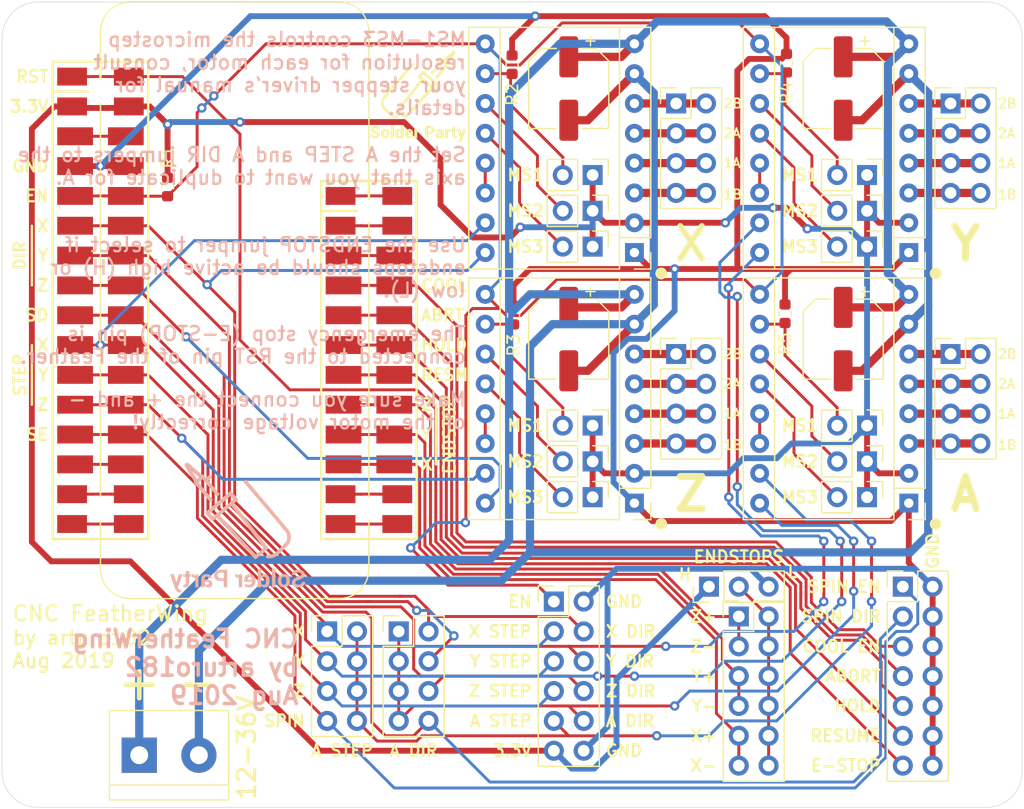
<source format=kicad_pcb>
(kicad_pcb (version 20171130) (host pcbnew "(5.1.2)-2")
  (layers (0 F.Cu signal) (31 B.Cu signal) (34 B.Paste user) (35 F.Paste user) (36 B.SilkS user hide) (37 F.SilkS user) (38 B.Mask user) (39 F.Mask user) (44 Edge.Cuts user))
  (net 0 "")
  (net 1 /X_DIR)
  (net 2 VDD)
  (net 3 /X_STEP)
  (net 4 GND)
  (net 5 "Net-(A1-Pad13)")
  (net 6 "Net-(A1-Pad6)")
  (net 7 "Net-(A1-Pad5)")
  (net 8 "Net-(A1-Pad12)")
  (net 9 "Net-(A1-Pad4)")
  (net 10 "Net-(A1-Pad11)")
  (net 11 "Net-(A1-Pad3)")
  (net 12 "Net-(A1-Pad10)")
  (net 13 +3V3)
  (net 14 /~EN~)
  (net 15 /Y_DIR)
  (net 16 /Y_STEP)
  (net 17 "Net-(A2-Pad13)")
  (net 18 "Net-(A2-Pad6)")
  (net 19 "Net-(A2-Pad5)")
  (net 20 "Net-(A2-Pad12)")
  (net 21 "Net-(A2-Pad4)")
  (net 22 "Net-(A2-Pad11)")
  (net 23 "Net-(A2-Pad3)")
  (net 24 "Net-(A2-Pad10)")
  (net 25 /Z_DIR)
  (net 26 /Z_STEP)
  (net 27 "Net-(A3-Pad13)")
  (net 28 "Net-(A3-Pad6)")
  (net 29 "Net-(A3-Pad5)")
  (net 30 "Net-(A3-Pad12)")
  (net 31 "Net-(A3-Pad4)")
  (net 32 "Net-(A3-Pad11)")
  (net 33 "Net-(A3-Pad3)")
  (net 34 "Net-(A3-Pad10)")
  (net 35 /A_DIR)
  (net 36 /A_STEP)
  (net 37 "Net-(A4-Pad13)")
  (net 38 "Net-(A4-Pad6)")
  (net 39 "Net-(A4-Pad5)")
  (net 40 "Net-(A4-Pad12)")
  (net 41 "Net-(A4-Pad4)")
  (net 42 "Net-(A4-Pad11)")
  (net 43 "Net-(A4-Pad3)")
  (net 44 "Net-(A4-Pad10)")
  (net 45 /SPIN_EN)
  (net 46 /SPIN_DIR)
  (net 47 /X_ENDSTOP)
  (net 48 /ENDSTOP_LVL)
  (net 49 /Y_ENDSTOP)
  (net 50 /Z_ENDSTOP)
  (net 51 /~RST~)
  (net 52 /RESUME)
  (net 53 /HOLD)
  (net 54 /ABORT)
  (net 55 /COOL_EN)
  (net 56 "Net-(U1-Pad14)")
  (net 57 "Net-(U1-Pad26)")
  (net 58 "Net-(U1-Pad27)")
  (net 59 "Net-(U1-Pad18)")
  (net 60 "Net-(U1-Pad15)")
  (net 61 "Net-(U1-Pad16)")
  (net 62 "Net-(U1-Pad3)")
  (net 63 "Net-(U1-Pad28)")
  (net 64 "Net-(U1-Pad17)")
  (net 65 GNDPWR)
  (module Symbols_Extra:SolderParty-Logo_13.5x12.6mm_SilkScreen (layer B.Cu) (at 136.398 113.284 180)
    (fp_text reference G*** hide)
    (fp_text value LOGO hide)
  )
  (module Symbols_Extra:SolderParty-Logo_9.5x8.8mm_SilkScreen (layer F.Cu) (at 151.765 76.581)
    (fp_text reference G*** hide)
    (fp_text value LOGO hide)
  )
  (module Connector_PinHeader_2.54mm:PinHeader_2x04_P2.54mm_Vertical (layer F.Cu) (at 150.114 122.174)
    (fp_text reference J3 hide)
    (fp_text value Conn_A_Dir)
    (pad 8 thru_hole oval (at 2.54 7.62) (size 1.7 1.7) (drill 1) (layers *.Cu *.Mask) (net 46 /SPIN_DIR))
    (pad 7 thru_hole oval (at 0 7.62) (size 1.7 1.7) (drill 1) (layers *.Cu *.Mask) (net 35 /A_DIR))
    (pad 6 thru_hole oval (at 2.54 5.08) (size 1.7 1.7) (drill 1) (layers *.Cu *.Mask) (net 25 /Z_DIR))
    (pad 5 thru_hole oval (at 0 5.08) (size 1.7 1.7) (drill 1) (layers *.Cu *.Mask) (net 35 /A_DIR))
    (pad 4 thru_hole oval (at 2.54 2.54) (size 1.7 1.7) (drill 1) (layers *.Cu *.Mask) (net 15 /Y_DIR))
    (pad 3 thru_hole oval (at 0 2.54) (size 1.7 1.7) (drill 1) (layers *.Cu *.Mask) (net 35 /A_DIR))
    (pad 2 thru_hole oval (at 2.54 0) (size 1.7 1.7) (drill 1) (layers *.Cu *.Mask) (net 1 /X_DIR))
    (pad 1 thru_hole rect (at 0 0) (size 1.7 1.7) (drill 1) (layers *.Cu *.Mask) (net 35 /A_DIR))
  )
  (module MountingHole:MountingHole_3.2mm_M3 (layer F.Cu) (at 119.634 71.882)
    (fp_text reference REF** hide)
    (fp_text value MountingHole_3.2mm_M3)
    (pad 1 np_thru_hole circle (at 0 0) (size 3.2 3.2) (drill 3.2) (layers *.Cu *.Mask))
  )
  (module MountingHole:MountingHole_3.2mm_M3 (layer F.Cu) (at 199.898 71.882)
    (fp_text reference REF** hide)
    (fp_text value MountingHole_3.2mm_M3)
    (pad 1 np_thru_hole circle (at 0 0) (size 3.2 3.2) (drill 3.2) (layers *.Cu *.Mask))
  )
  (module MountingHole:MountingHole_3.2mm_M3 (layer F.Cu) (at 119.634 133.858)
    (fp_text reference REF** hide)
    (fp_text value MountingHole_3.2mm_M3)
    (pad 1 np_thru_hole circle (at 0 0) (size 3.2 3.2) (drill 3.2) (layers *.Cu *.Mask))
  )
  (module MountingHole:MountingHole_3.2mm_M3 (layer F.Cu) (at 199.898 133.858)
    (fp_text reference REF** hide)
    (fp_text value MountingHole_3.2mm_M3)
    (pad 1 np_thru_hole circle (at 0 0) (size 3.2 3.2) (drill 3.2) (layers *.Cu *.Mask))
  )
  (module Connector_PinHeader_2.54mm:PinHeader_2x04_P2.54mm_Vertical (layer F.Cu) (at 197.104 98.552)
    (fp_text reference J12 hide)
    (fp_text value Conn_MotA)
    (pad 8 thru_hole oval (at 2.54 7.62) (size 1.7 1.7) (drill 1) (layers *.Cu *.Mask) (net 43 "Net-(A4-Pad3)"))
    (pad 7 thru_hole oval (at 0 7.62) (size 1.7 1.7) (drill 1) (layers *.Cu *.Mask) (net 43 "Net-(A4-Pad3)"))
    (pad 6 thru_hole oval (at 2.54 5.08) (size 1.7 1.7) (drill 1) (layers *.Cu *.Mask) (net 41 "Net-(A4-Pad4)"))
    (pad 5 thru_hole oval (at 0 5.08) (size 1.7 1.7) (drill 1) (layers *.Cu *.Mask) (net 41 "Net-(A4-Pad4)"))
    (pad 4 thru_hole oval (at 2.54 2.54) (size 1.7 1.7) (drill 1) (layers *.Cu *.Mask) (net 39 "Net-(A4-Pad5)"))
    (pad 3 thru_hole oval (at 0 2.54) (size 1.7 1.7) (drill 1) (layers *.Cu *.Mask) (net 39 "Net-(A4-Pad5)"))
    (pad 2 thru_hole oval (at 2.54 0) (size 1.7 1.7) (drill 1) (layers *.Cu *.Mask) (net 38 "Net-(A4-Pad6)"))
    (pad 1 thru_hole rect (at 0 0) (size 1.7 1.7) (drill 1) (layers *.Cu *.Mask) (net 38 "Net-(A4-Pad6)"))
  )
  (module Connector_PinHeader_2.54mm:PinHeader_2x04_P2.54mm_Vertical (layer F.Cu) (at 197.104 77.216)
    (fp_text reference J11 hide)
    (fp_text value Conn_MotY)
    (pad 8 thru_hole oval (at 2.54 7.62) (size 1.7 1.7) (drill 1) (layers *.Cu *.Mask) (net 33 "Net-(A3-Pad3)"))
    (pad 7 thru_hole oval (at 0 7.62) (size 1.7 1.7) (drill 1) (layers *.Cu *.Mask) (net 33 "Net-(A3-Pad3)"))
    (pad 6 thru_hole oval (at 2.54 5.08) (size 1.7 1.7) (drill 1) (layers *.Cu *.Mask) (net 31 "Net-(A3-Pad4)"))
    (pad 5 thru_hole oval (at 0 5.08) (size 1.7 1.7) (drill 1) (layers *.Cu *.Mask) (net 31 "Net-(A3-Pad4)"))
    (pad 4 thru_hole oval (at 2.54 2.54) (size 1.7 1.7) (drill 1) (layers *.Cu *.Mask) (net 29 "Net-(A3-Pad5)"))
    (pad 3 thru_hole oval (at 0 2.54) (size 1.7 1.7) (drill 1) (layers *.Cu *.Mask) (net 29 "Net-(A3-Pad5)"))
    (pad 2 thru_hole oval (at 2.54 0) (size 1.7 1.7) (drill 1) (layers *.Cu *.Mask) (net 28 "Net-(A3-Pad6)"))
    (pad 1 thru_hole rect (at 0 0) (size 1.7 1.7) (drill 1) (layers *.Cu *.Mask) (net 28 "Net-(A3-Pad6)"))
  )
  (module Connector_PinHeader_2.54mm:PinHeader_2x04_P2.54mm_Vertical (layer F.Cu) (at 173.736 98.552)
    (fp_text reference J10 hide)
    (fp_text value Conn_MotZ)
    (pad 8 thru_hole oval (at 2.54 7.62) (size 1.7 1.7) (drill 1) (layers *.Cu *.Mask) (net 23 "Net-(A2-Pad3)"))
    (pad 7 thru_hole oval (at 0 7.62) (size 1.7 1.7) (drill 1) (layers *.Cu *.Mask) (net 23 "Net-(A2-Pad3)"))
    (pad 6 thru_hole oval (at 2.54 5.08) (size 1.7 1.7) (drill 1) (layers *.Cu *.Mask) (net 21 "Net-(A2-Pad4)"))
    (pad 5 thru_hole oval (at 0 5.08) (size 1.7 1.7) (drill 1) (layers *.Cu *.Mask) (net 21 "Net-(A2-Pad4)"))
    (pad 4 thru_hole oval (at 2.54 2.54) (size 1.7 1.7) (drill 1) (layers *.Cu *.Mask) (net 19 "Net-(A2-Pad5)"))
    (pad 3 thru_hole oval (at 0 2.54) (size 1.7 1.7) (drill 1) (layers *.Cu *.Mask) (net 19 "Net-(A2-Pad5)"))
    (pad 2 thru_hole oval (at 2.54 0) (size 1.7 1.7) (drill 1) (layers *.Cu *.Mask) (net 18 "Net-(A2-Pad6)"))
    (pad 1 thru_hole rect (at 0 0) (size 1.7 1.7) (drill 1) (layers *.Cu *.Mask) (net 18 "Net-(A2-Pad6)"))
  )
  (module Connector_PinHeader_2.54mm:PinHeader_2x04_P2.54mm_Vertical (layer F.Cu) (at 173.736 77.216)
    (fp_text reference J9 hide)
    (fp_text value Conn_MotX)
    (pad 8 thru_hole oval (at 2.54 7.62) (size 1.7 1.7) (drill 1) (layers *.Cu *.Mask) (net 11 "Net-(A1-Pad3)"))
    (pad 7 thru_hole oval (at 0 7.62) (size 1.7 1.7) (drill 1) (layers *.Cu *.Mask) (net 11 "Net-(A1-Pad3)"))
    (pad 6 thru_hole oval (at 2.54 5.08) (size 1.7 1.7) (drill 1) (layers *.Cu *.Mask) (net 9 "Net-(A1-Pad4)"))
    (pad 5 thru_hole oval (at 0 5.08) (size 1.7 1.7) (drill 1) (layers *.Cu *.Mask) (net 9 "Net-(A1-Pad4)"))
    (pad 4 thru_hole oval (at 2.54 2.54) (size 1.7 1.7) (drill 1) (layers *.Cu *.Mask) (net 7 "Net-(A1-Pad5)"))
    (pad 3 thru_hole oval (at 0 2.54) (size 1.7 1.7) (drill 1) (layers *.Cu *.Mask) (net 7 "Net-(A1-Pad5)"))
    (pad 2 thru_hole oval (at 2.54 0) (size 1.7 1.7) (drill 1) (layers *.Cu *.Mask) (net 6 "Net-(A1-Pad6)"))
    (pad 1 thru_hole rect (at 0 0) (size 1.7 1.7) (drill 1) (layers *.Cu *.Mask) (net 6 "Net-(A1-Pad6)"))
  )
  (module Module_Extra:FeatherWing (layer F.Cu) (at 136.144 93.98 270)
    (fp_text reference U1)
    (fp_text value Adafruit_Feather_2X)
    (pad 2 smd rect (at -16.51 13.843) (size 2.54 1.524) (layers F.Cu F.Paste F.Mask) (net 13 +3V3))
    (pad 13 smd rect (at 11.43 13.589) (size 3.048 1.524) (layers F.Cu F.Paste F.Mask) (net 45 /SPIN_EN))
    (pad 4 smd rect (at -11.43 13.589) (size 3.048 1.524) (layers F.Cu F.Paste F.Mask) (net 4 GND))
    (pad 6 smd rect (at -6.35 9.271 180) (size 3.048 1.524) (layers F.Cu F.Paste F.Mask) (net 1 /X_DIR))
    (pad 12 smd rect (at 8.89 9.271 180) (size 3.048 1.524) (layers F.Cu F.Paste F.Mask) (net 26 /Z_STEP))
    (pad 14 smd rect (at 13.97 9.271 180) (size 3.048 1.524) (layers F.Cu F.Paste F.Mask) (net 56 "Net-(U1-Pad14)"))
    (pad 9 smd rect (at 1.27 9.271 180) (size 3.048 1.524) (layers F.Cu F.Paste F.Mask) (net 46 /SPIN_DIR))
    (pad 6 smd rect (at -6.35 13.589) (size 3.048 1.524) (layers F.Cu F.Paste F.Mask) (net 1 /X_DIR))
    (pad 23 smd rect (at 3.81 -13.589 180) (size 3.048 1.524) (layers F.Cu F.Paste F.Mask) (net 53 /HOLD))
    (pad 21 smd rect (at 8.89 -9.271) (size 3.048 1.524) (layers F.Cu F.Paste F.Mask) (net 50 /Z_ENDSTOP))
    (pad 26 smd rect (at -3.81 -13.589 180) (size 3.048 1.524) (layers F.Cu F.Paste F.Mask) (net 57 "Net-(U1-Pad26)"))
    (pad 20 smd rect (at 11.43 -13.589 180) (size 3.048 1.524) (layers F.Cu F.Paste F.Mask) (net 49 /Y_ENDSTOP))
    (pad 27 smd rect (at -6.35 -13.843 180) (size 2.54 1.524) (layers F.Cu F.Paste F.Mask) (net 58 "Net-(U1-Pad27)"))
    (pad 18 smd rect (at 16.51 -9.017) (size 2.54 1.524) (layers F.Cu F.Paste F.Mask) (net 59 "Net-(U1-Pad18)"))
    (pad "" np_thru_hole circle (at -7.62 -11.43 270) (size 1.9 1.9) (drill 1.9) (layers *.Cu *.Mask))
    (pad 4 smd rect (at -11.43 9.271 180) (size 3.048 1.524) (layers F.Cu F.Paste F.Mask) (net 4 GND))
    (pad 8 smd rect (at -1.27 9.271 180) (size 3.048 1.524) (layers F.Cu F.Paste F.Mask) (net 25 /Z_DIR))
    (pad 9 smd rect (at 1.27 13.589) (size 3.048 1.524) (layers F.Cu F.Paste F.Mask) (net 46 /SPIN_DIR))
    (pad 7 smd rect (at -3.81 13.589) (size 3.048 1.524) (layers F.Cu F.Paste F.Mask) (net 15 /Y_DIR))
    (pad 15 smd rect (at 16.51 13.843) (size 2.54 1.524) (layers F.Cu F.Paste F.Mask) (net 60 "Net-(U1-Pad15)"))
    (pad 23 smd rect (at 3.81 -9.271) (size 3.048 1.524) (layers F.Cu F.Paste F.Mask) (net 53 /HOLD))
    (pad 18 smd rect (at 16.51 -13.843 180) (size 2.54 1.524) (layers F.Cu F.Paste F.Mask) (net 59 "Net-(U1-Pad18)"))
    (pad 24 smd rect (at 1.27 -9.271) (size 3.048 1.524) (layers F.Cu F.Paste F.Mask) (net 54 /ABORT))
    (pad 22 smd rect (at 6.35 -13.589 180) (size 3.048 1.524) (layers F.Cu F.Paste F.Mask) (net 52 /RESUME))
    (pad 7 smd rect (at -3.81 9.271 180) (size 3.048 1.524) (layers F.Cu F.Paste F.Mask) (net 15 /Y_DIR))
    (pad 19 smd rect (at 13.97 -9.271) (size 3.048 1.524) (layers F.Cu F.Paste F.Mask) (net 47 /X_ENDSTOP))
    (pad 16 smd rect (at 19.05 13.843) (size 2.54 1.524) (layers F.Cu F.Paste F.Mask) (net 61 "Net-(U1-Pad16)"))
    (pad 1 smd rect (at -19.05 13.843) (size 2.54 1.524) (layers F.Cu F.Paste F.Mask) (net 51 /~RST~))
    (pad 20 smd rect (at 11.43 -9.271) (size 3.048 1.524) (layers F.Cu F.Paste F.Mask) (net 49 /Y_ENDSTOP))
    (pad 16 smd rect (at 19.05 9.017 180) (size 2.54 1.524) (layers F.Cu F.Paste F.Mask) (net 61 "Net-(U1-Pad16)"))
    (pad 10 smd rect (at 3.81 9.271 180) (size 3.048 1.524) (layers F.Cu F.Paste F.Mask) (net 3 /X_STEP))
    (pad 8 smd rect (at -1.27 13.589) (size 3.048 1.524) (layers F.Cu F.Paste F.Mask) (net 25 /Z_DIR))
    (pad 5 smd rect (at -8.89 9.271 180) (size 3.048 1.524) (layers F.Cu F.Paste F.Mask) (net 14 /~EN~))
    (pad 13 smd rect (at 11.43 9.271 180) (size 3.048 1.524) (layers F.Cu F.Paste F.Mask) (net 45 /SPIN_EN))
    (pad 11 smd rect (at 6.35 9.271 180) (size 3.048 1.524) (layers F.Cu F.Paste F.Mask) (net 16 /Y_STEP))
    (pad 25 smd rect (at -1.27 -9.271) (size 3.048 1.524) (layers F.Cu F.Paste F.Mask) (net 55 /COOL_EN))
    (pad 3 smd rect (at -13.97 9.271 180) (size 3.048 1.524) (layers F.Cu F.Paste F.Mask) (net 62 "Net-(U1-Pad3)"))
    (pad 21 smd rect (at 8.89 -13.589 180) (size 3.048 1.524) (layers F.Cu F.Paste F.Mask) (net 50 /Z_ENDSTOP))
    (pad 22 smd rect (at 6.35 -9.271) (size 3.048 1.524) (layers F.Cu F.Paste F.Mask) (net 52 /RESUME))
    (pad 24 smd rect (at 1.27 -13.589 180) (size 3.048 1.524) (layers F.Cu F.Paste F.Mask) (net 54 /ABORT))
    (pad 19 smd rect (at 13.97 -13.589 180) (size 3.048 1.524) (layers F.Cu F.Paste F.Mask) (net 47 /X_ENDSTOP))
    (pad 28 smd rect (at -8.89 -9.017) (size 2.54 1.524) (layers F.Cu F.Paste F.Mask) (net 63 "Net-(U1-Pad28)"))
    (pad 17 smd rect (at 19.05 -9.017) (size 2.54 1.524) (layers F.Cu F.Paste F.Mask) (net 64 "Net-(U1-Pad17)"))
    (pad 12 smd rect (at 8.89 13.589) (size 3.048 1.524) (layers F.Cu F.Paste F.Mask) (net 26 /Z_STEP))
    (pad 2 smd rect (at -16.51 9.017 180) (size 2.54 1.524) (layers F.Cu F.Paste F.Mask) (net 13 +3V3))
    (pad 11 smd rect (at 6.35 13.589) (size 3.048 1.524) (layers F.Cu F.Paste F.Mask) (net 16 /Y_STEP))
    (pad 3 smd rect (at -13.97 13.589) (size 3.048 1.524) (layers F.Cu F.Paste F.Mask) (net 62 "Net-(U1-Pad3)"))
    (pad 15 smd rect (at 16.51 9.017 180) (size 2.54 1.524) (layers F.Cu F.Paste F.Mask) (net 60 "Net-(U1-Pad15)"))
    (pad 1 smd rect (at -19.05 9.017) (size 2.54 1.524) (layers F.Cu F.Paste F.Mask) (net 51 /~RST~))
    (pad 25 smd rect (at -1.27 -13.589 180) (size 3.048 1.524) (layers F.Cu F.Paste F.Mask) (net 55 /COOL_EN))
    (pad 26 smd rect (at -3.81 -9.271) (size 3.048 1.524) (layers F.Cu F.Paste F.Mask) (net 57 "Net-(U1-Pad26)"))
    (pad 27 smd rect (at -6.35 -9.017) (size 2.54 1.524) (layers F.Cu F.Paste F.Mask) (net 58 "Net-(U1-Pad27)"))
    (pad 5 smd rect (at -8.89 13.589) (size 3.048 1.524) (layers F.Cu F.Paste F.Mask) (net 14 /~EN~))
    (pad 14 smd rect (at 13.97 13.589) (size 3.048 1.524) (layers F.Cu F.Paste F.Mask) (net 56 "Net-(U1-Pad14)"))
    (pad 28 smd rect (at -8.89 -13.843) (size 2.54 1.524) (layers F.Cu F.Paste F.Mask) (net 63 "Net-(U1-Pad28)"))
    (pad 10 smd rect (at 3.81 13.589) (size 3.048 1.524) (layers F.Cu F.Paste F.Mask) (net 3 /X_STEP))
    (pad "" np_thru_hole circle (at 17.78 -11.43 270) (size 1.9 1.9) (drill 1.9) (layers *.Cu *.Mask))
    (pad "" np_thru_hole circle (at 17.78 11.43 270) (size 1.9 1.9) (drill 1.9) (layers *.Cu *.Mask))
    (pad "" np_thru_hole circle (at -17.78 11.43 270) (size 1.9 1.9) (drill 1.9) (layers *.Cu *.Mask))
    (pad 17 smd rect (at 19.05 -13.843 180) (size 2.54 1.524) (layers F.Cu F.Paste F.Mask) (net 64 "Net-(U1-Pad17)"))
  )
  (module Resistor_SMD:R_0603_1608Metric (layer F.Cu) (at 183.007 95.123 270)
    (fp_text reference R5 (at 2.54 0 90) (layer F.SilkS))
    (fp_text value 100K)
    (pad 2 smd roundrect (at 0.7875 0 270) (size 0.875 0.95) (layers F.Cu F.Paste F.Mask) (net 44 "Net-(A4-Pad10)"))
    (pad 1 smd roundrect (at -0.7875 0 270) (size 0.875 0.95) (layers F.Cu F.Paste F.Mask) (net 4 GND))
  )
  (module Resistor_SMD:R_0603_1608Metric (layer F.Cu) (at 183.134 73.787 270)
    (fp_text reference R4 (at 2.54 0 90) (layer F.SilkS))
    (fp_text value 100K)
    (pad 2 smd roundrect (at 0.7875 0 270) (size 0.875 0.95) (layers F.Cu F.Paste F.Mask) (net 34 "Net-(A3-Pad10)"))
    (pad 1 smd roundrect (at -0.7875 0 270) (size 0.875 0.95) (layers F.Cu F.Paste F.Mask) (net 4 GND))
  )
  (module Resistor_SMD:R_0603_1608Metric (layer F.Cu) (at 159.893 95.25 270)
    (fp_text reference R3 (at 2.54 0 90) (layer F.SilkS))
    (fp_text value 100K)
    (pad 2 smd roundrect (at 0.7875 0 270) (size 0.875 0.95) (layers F.Cu F.Paste F.Mask) (net 24 "Net-(A2-Pad10)"))
    (pad 1 smd roundrect (at -0.7875 0 270) (size 0.875 0.95) (layers F.Cu F.Paste F.Mask) (net 4 GND))
  )
  (module Resistor_SMD:R_0603_1608Metric (layer F.Cu) (at 159.766 73.914 270)
    (fp_text reference R2 (at 2.54 0 90) (layer F.SilkS))
    (fp_text value 100K)
    (pad 2 smd roundrect (at 0.7875 0 270) (size 0.875 0.95) (layers F.Cu F.Paste F.Mask) (net 12 "Net-(A1-Pad10)"))
    (pad 1 smd roundrect (at -0.7875 0 270) (size 0.875 0.95) (layers F.Cu F.Paste F.Mask) (net 4 GND))
  )
  (module Resistor_SMD:R_0603_1608Metric (layer F.Cu) (at 130.429 84.328 90)
    (fp_text reference R1 (at 2.54 0 90) (layer F.SilkS))
    (fp_text value 10K)
    (pad 2 smd roundrect (at 0.7875 0 90) (size 0.875 0.95) (layers F.Cu F.Paste F.Mask) (net 13 +3V3))
    (pad 1 smd roundrect (at -0.7875 0 90) (size 0.875 0.95) (layers F.Cu F.Paste F.Mask) (net 14 /~EN~))
  )
  (module Connector_PinHeader_2.54mm:PinHeader_1x02_P2.54mm_Vertical (layer F.Cu) (at 189.992 110.744 270)
    (fp_text reference JP12 hide)
    (fp_text value Jumper_MS3)
    (pad 2 thru_hole oval (at 0 2.54 270) (size 1.7 1.7) (drill 1) (layers *.Cu *.Mask) (net 40 "Net-(A4-Pad12)"))
    (pad 1 thru_hole rect (at 0 0 270) (size 1.7 1.7) (drill 1) (layers *.Cu *.Mask) (net 13 +3V3))
  )
  (module Connector_PinHeader_2.54mm:PinHeader_1x02_P2.54mm_Vertical (layer F.Cu) (at 189.992 107.696 270)
    (fp_text reference JP11 hide)
    (fp_text value Jumper_MS2)
    (pad 2 thru_hole oval (at 0 2.54 270) (size 1.7 1.7) (drill 1) (layers *.Cu *.Mask) (net 42 "Net-(A4-Pad11)"))
    (pad 1 thru_hole rect (at 0 0 270) (size 1.7 1.7) (drill 1) (layers *.Cu *.Mask) (net 13 +3V3))
  )
  (module Connector_PinHeader_2.54mm:PinHeader_1x02_P2.54mm_Vertical (layer F.Cu) (at 189.992 104.648 270)
    (fp_text reference JP10 hide)
    (fp_text value Jumper_MS1)
    (pad 2 thru_hole oval (at 0 2.54 270) (size 1.7 1.7) (drill 1) (layers *.Cu *.Mask) (net 44 "Net-(A4-Pad10)"))
    (pad 1 thru_hole rect (at 0 0 270) (size 1.7 1.7) (drill 1) (layers *.Cu *.Mask) (net 13 +3V3))
  )
  (module Connector_PinHeader_2.54mm:PinHeader_1x02_P2.54mm_Vertical (layer F.Cu) (at 189.992 89.408 270)
    (fp_text reference JP9 hide)
    (fp_text value Jumper_MS3)
    (pad 2 thru_hole oval (at 0 2.54 270) (size 1.7 1.7) (drill 1) (layers *.Cu *.Mask) (net 30 "Net-(A3-Pad12)"))
    (pad 1 thru_hole rect (at 0 0 270) (size 1.7 1.7) (drill 1) (layers *.Cu *.Mask) (net 13 +3V3))
  )
  (module Connector_PinHeader_2.54mm:PinHeader_1x02_P2.54mm_Vertical (layer F.Cu) (at 189.992 86.36 270)
    (fp_text reference JP8 hide)
    (fp_text value Jumper_MS2)
    (pad 2 thru_hole oval (at 0 2.54 270) (size 1.7 1.7) (drill 1) (layers *.Cu *.Mask) (net 32 "Net-(A3-Pad11)"))
    (pad 1 thru_hole rect (at 0 0 270) (size 1.7 1.7) (drill 1) (layers *.Cu *.Mask) (net 13 +3V3))
  )
  (module Connector_PinHeader_2.54mm:PinHeader_1x02_P2.54mm_Vertical (layer F.Cu) (at 189.992 83.312 270)
    (fp_text reference JP7 hide)
    (fp_text value Jumper_MS1)
    (pad 2 thru_hole oval (at 0 2.54 270) (size 1.7 1.7) (drill 1) (layers *.Cu *.Mask) (net 34 "Net-(A3-Pad10)"))
    (pad 1 thru_hole rect (at 0 0 270) (size 1.7 1.7) (drill 1) (layers *.Cu *.Mask) (net 13 +3V3))
  )
  (module Connector_PinHeader_2.54mm:PinHeader_1x02_P2.54mm_Vertical (layer F.Cu) (at 166.624 110.744 270)
    (fp_text reference JP6 hide)
    (fp_text value Jumper_MS3)
    (pad 2 thru_hole oval (at 0 2.54 270) (size 1.7 1.7) (drill 1) (layers *.Cu *.Mask) (net 20 "Net-(A2-Pad12)"))
    (pad 1 thru_hole rect (at 0 0 270) (size 1.7 1.7) (drill 1) (layers *.Cu *.Mask) (net 13 +3V3))
  )
  (module Connector_PinHeader_2.54mm:PinHeader_1x02_P2.54mm_Vertical (layer F.Cu) (at 166.624 107.696 270)
    (fp_text reference JP5 hide)
    (fp_text value Jumper_MS2)
    (pad 2 thru_hole oval (at 0 2.54 270) (size 1.7 1.7) (drill 1) (layers *.Cu *.Mask) (net 22 "Net-(A2-Pad11)"))
    (pad 1 thru_hole rect (at 0 0 270) (size 1.7 1.7) (drill 1) (layers *.Cu *.Mask) (net 13 +3V3))
  )
  (module Connector_PinHeader_2.54mm:PinHeader_1x02_P2.54mm_Vertical (layer F.Cu) (at 166.624 104.648 270)
    (fp_text reference JP4 hide)
    (fp_text value Jumper_MS1)
    (pad 2 thru_hole oval (at 0 2.54 270) (size 1.7 1.7) (drill 1) (layers *.Cu *.Mask) (net 24 "Net-(A2-Pad10)"))
    (pad 1 thru_hole rect (at 0 0 270) (size 1.7 1.7) (drill 1) (layers *.Cu *.Mask) (net 13 +3V3))
  )
  (module Connector_PinHeader_2.54mm:PinHeader_1x02_P2.54mm_Vertical (layer F.Cu) (at 166.624 89.408 270)
    (fp_text reference JP3 hide)
    (fp_text value Jumper_MS3)
    (pad 2 thru_hole oval (at 0 2.54 270) (size 1.7 1.7) (drill 1) (layers *.Cu *.Mask) (net 8 "Net-(A1-Pad12)"))
    (pad 1 thru_hole rect (at 0 0 270) (size 1.7 1.7) (drill 1) (layers *.Cu *.Mask) (net 13 +3V3))
  )
  (module Connector_PinHeader_2.54mm:PinHeader_1x02_P2.54mm_Vertical (layer F.Cu) (at 166.624 86.36 270)
    (fp_text reference JP2 hide)
    (fp_text value Jumper_MS2)
    (pad 2 thru_hole oval (at 0 2.54 270) (size 1.7 1.7) (drill 1) (layers *.Cu *.Mask) (net 10 "Net-(A1-Pad11)"))
    (pad 1 thru_hole rect (at 0 0 270) (size 1.7 1.7) (drill 1) (layers *.Cu *.Mask) (net 13 +3V3))
  )
  (module Connector_PinHeader_2.54mm:PinHeader_1x02_P2.54mm_Vertical (layer F.Cu) (at 166.624 83.312 270)
    (fp_text reference JP1 hide)
    (fp_text value Jumper_MS1)
    (pad 2 thru_hole oval (at 0 2.54 270) (size 1.7 1.7) (drill 1) (layers *.Cu *.Mask) (net 12 "Net-(A1-Pad10)"))
    (pad 1 thru_hole rect (at 0 0 270) (size 1.7 1.7) (drill 1) (layers *.Cu *.Mask) (net 13 +3V3))
  )
  (module Connector_PinHeader_2.54mm:PinHeader_1x03_P2.54mm_Vertical (layer F.Cu) (at 176.53 118.364 90)
    (fp_text reference J8 hide)
    (fp_text value Conn_Endstop_Level)
    (pad 3 thru_hole oval (at 0 5.08 90) (size 1.7 1.7) (drill 1) (layers *.Cu *.Mask) (net 4 GND))
    (pad 2 thru_hole oval (at 0 2.54 90) (size 1.7 1.7) (drill 1) (layers *.Cu *.Mask) (net 48 /ENDSTOP_LVL))
    (pad 1 thru_hole rect (at 0 0 90) (size 1.7 1.7) (drill 1) (layers *.Cu *.Mask) (net 13 +3V3))
  )
  (module Connector_PinHeader_2.54mm:PinHeader_2x07_P2.54mm_Vertical (layer F.Cu) (at 193.04 118.364)
    (fp_text reference J6 hide)
    (fp_text value Conn_Ctrl)
    (pad 14 thru_hole oval (at 2.54 15.24) (size 1.7 1.7) (drill 1) (layers *.Cu *.Mask) (net 4 GND))
    (pad 13 thru_hole oval (at 0 15.24) (size 1.7 1.7) (drill 1) (layers *.Cu *.Mask) (net 51 /~RST~))
    (pad 12 thru_hole oval (at 2.54 12.7) (size 1.7 1.7) (drill 1) (layers *.Cu *.Mask) (net 4 GND))
    (pad 11 thru_hole oval (at 0 12.7) (size 1.7 1.7) (drill 1) (layers *.Cu *.Mask) (net 52 /RESUME))
    (pad 10 thru_hole oval (at 2.54 10.16) (size 1.7 1.7) (drill 1) (layers *.Cu *.Mask) (net 4 GND))
    (pad 9 thru_hole oval (at 0 10.16) (size 1.7 1.7) (drill 1) (layers *.Cu *.Mask) (net 53 /HOLD))
    (pad 8 thru_hole oval (at 2.54 7.62) (size 1.7 1.7) (drill 1) (layers *.Cu *.Mask) (net 4 GND))
    (pad 7 thru_hole oval (at 0 7.62) (size 1.7 1.7) (drill 1) (layers *.Cu *.Mask) (net 54 /ABORT))
    (pad 6 thru_hole oval (at 2.54 5.08) (size 1.7 1.7) (drill 1) (layers *.Cu *.Mask) (net 4 GND))
    (pad 5 thru_hole oval (at 0 5.08) (size 1.7 1.7) (drill 1) (layers *.Cu *.Mask) (net 55 /COOL_EN))
    (pad 4 thru_hole oval (at 2.54 2.54) (size 1.7 1.7) (drill 1) (layers *.Cu *.Mask) (net 4 GND))
    (pad 3 thru_hole oval (at 0 2.54) (size 1.7 1.7) (drill 1) (layers *.Cu *.Mask) (net 46 /SPIN_DIR))
    (pad 2 thru_hole oval (at 2.54 0) (size 1.7 1.7) (drill 1) (layers *.Cu *.Mask) (net 4 GND))
    (pad 1 thru_hole rect (at 0 0) (size 1.7 1.7) (drill 1) (layers *.Cu *.Mask) (net 45 /SPIN_EN))
  )
  (module Connector_PinHeader_2.54mm:PinHeader_2x06_P2.54mm_Vertical (layer F.Cu) (at 179.07 120.904)
    (fp_text reference J5 hide)
    (fp_text value Conn_Endstops)
    (pad 12 thru_hole oval (at 2.54 12.7) (size 1.7 1.7) (drill 1) (layers *.Cu *.Mask) (net 48 /ENDSTOP_LVL))
    (pad 11 thru_hole oval (at 0 12.7) (size 1.7 1.7) (drill 1) (layers *.Cu *.Mask) (net 47 /X_ENDSTOP))
    (pad 10 thru_hole oval (at 2.54 10.16) (size 1.7 1.7) (drill 1) (layers *.Cu *.Mask) (net 48 /ENDSTOP_LVL))
    (pad 9 thru_hole oval (at 0 10.16) (size 1.7 1.7) (drill 1) (layers *.Cu *.Mask) (net 47 /X_ENDSTOP))
    (pad 8 thru_hole oval (at 2.54 7.62) (size 1.7 1.7) (drill 1) (layers *.Cu *.Mask) (net 48 /ENDSTOP_LVL))
    (pad 7 thru_hole oval (at 0 7.62) (size 1.7 1.7) (drill 1) (layers *.Cu *.Mask) (net 49 /Y_ENDSTOP))
    (pad 6 thru_hole oval (at 2.54 5.08) (size 1.7 1.7) (drill 1) (layers *.Cu *.Mask) (net 48 /ENDSTOP_LVL))
    (pad 5 thru_hole oval (at 0 5.08) (size 1.7 1.7) (drill 1) (layers *.Cu *.Mask) (net 49 /Y_ENDSTOP))
    (pad 4 thru_hole oval (at 2.54 2.54) (size 1.7 1.7) (drill 1) (layers *.Cu *.Mask) (net 48 /ENDSTOP_LVL))
    (pad 3 thru_hole oval (at 0 2.54) (size 1.7 1.7) (drill 1) (layers *.Cu *.Mask) (net 50 /Z_ENDSTOP))
    (pad 2 thru_hole oval (at 2.54 0) (size 1.7 1.7) (drill 1) (layers *.Cu *.Mask) (net 48 /ENDSTOP_LVL))
    (pad 1 thru_hole rect (at 0 0) (size 1.7 1.7) (drill 1) (layers *.Cu *.Mask) (net 50 /Z_ENDSTOP))
  )
  (module TerminalBlock:TerminalBlock_bornier-2_P5.08mm (layer F.Cu) (at 128.016 132.715)
    (fp_text reference J4 hide)
    (fp_text value Conn_VIN)
    (pad 2 thru_hole circle (at 5.08 0) (size 3 3) (drill 1.52) (layers *.Cu *.Mask) (net 65 GNDPWR))
    (pad 1 thru_hole rect (at 0 0) (size 3 3) (drill 1.52) (layers *.Cu *.Mask) (net 2 VDD))
  )
  (module Connector_PinHeader_2.54mm:PinHeader_2x04_P2.54mm_Vertical (layer F.Cu) (at 144.018 122.174)
    (fp_text reference J2 hide)
    (fp_text value Conn_A_Step)
    (pad 8 thru_hole oval (at 2.54 7.62) (size 1.7 1.7) (drill 1) (layers *.Cu *.Mask) (net 36 /A_STEP))
    (pad 7 thru_hole oval (at 0 7.62) (size 1.7 1.7) (drill 1) (layers *.Cu *.Mask) (net 45 /SPIN_EN))
    (pad 6 thru_hole oval (at 2.54 5.08) (size 1.7 1.7) (drill 1) (layers *.Cu *.Mask) (net 36 /A_STEP))
    (pad 5 thru_hole oval (at 0 5.08) (size 1.7 1.7) (drill 1) (layers *.Cu *.Mask) (net 26 /Z_STEP))
    (pad 4 thru_hole oval (at 2.54 2.54) (size 1.7 1.7) (drill 1) (layers *.Cu *.Mask) (net 36 /A_STEP))
    (pad 3 thru_hole oval (at 0 2.54) (size 1.7 1.7) (drill 1) (layers *.Cu *.Mask) (net 16 /Y_STEP))
    (pad 2 thru_hole oval (at 2.54 0) (size 1.7 1.7) (drill 1) (layers *.Cu *.Mask) (net 36 /A_STEP))
    (pad 1 thru_hole rect (at 0 0) (size 1.7 1.7) (drill 1) (layers *.Cu *.Mask) (net 3 /X_STEP))
  )
  (module Connector_PinHeader_2.54mm:PinHeader_2x06_P2.54mm_Vertical (layer F.Cu) (at 163.322 119.634)
    (fp_text reference J1 hide)
    (fp_text value Conn_XYZ)
    (pad 12 thru_hole oval (at 2.54 12.7) (size 1.7 1.7) (drill 1) (layers *.Cu *.Mask) (net 4 GND))
    (pad 11 thru_hole oval (at 0 12.7) (size 1.7 1.7) (drill 1) (layers *.Cu *.Mask) (net 13 +3V3))
    (pad 10 thru_hole oval (at 2.54 10.16) (size 1.7 1.7) (drill 1) (layers *.Cu *.Mask) (net 35 /A_DIR))
    (pad 9 thru_hole oval (at 0 10.16) (size 1.7 1.7) (drill 1) (layers *.Cu *.Mask) (net 36 /A_STEP))
    (pad 8 thru_hole oval (at 2.54 7.62) (size 1.7 1.7) (drill 1) (layers *.Cu *.Mask) (net 25 /Z_DIR))
    (pad 7 thru_hole oval (at 0 7.62) (size 1.7 1.7) (drill 1) (layers *.Cu *.Mask) (net 26 /Z_STEP))
    (pad 6 thru_hole oval (at 2.54 5.08) (size 1.7 1.7) (drill 1) (layers *.Cu *.Mask) (net 15 /Y_DIR))
    (pad 5 thru_hole oval (at 0 5.08) (size 1.7 1.7) (drill 1) (layers *.Cu *.Mask) (net 16 /Y_STEP))
    (pad 4 thru_hole oval (at 2.54 2.54) (size 1.7 1.7) (drill 1) (layers *.Cu *.Mask) (net 1 /X_DIR))
    (pad 3 thru_hole oval (at 0 2.54) (size 1.7 1.7) (drill 1) (layers *.Cu *.Mask) (net 3 /X_STEP))
    (pad 2 thru_hole oval (at 2.54 0) (size 1.7 1.7) (drill 1) (layers *.Cu *.Mask) (net 4 GND))
    (pad 1 thru_hole rect (at 0 0) (size 1.7 1.7) (drill 1) (layers *.Cu *.Mask) (net 14 /~EN~))
  )
  (module Capacitor_SMD:CP_Elec_6.3x7.7 (layer F.Cu) (at 164.592 75.946 270)
    (fp_text reference C4 hide)
    (fp_text value 100uF)
    (pad 2 smd roundrect (at 2.7 0 270) (size 3.5 1.6) (layers F.Cu F.Paste F.Mask) (roundrect_rratio 0.15625) (net 65 GNDPWR))
    (pad 1 smd roundrect (at -2.7 0 270) (size 3.5 1.6) (layers F.Cu F.Paste F.Mask) (roundrect_rratio 0.15625) (net 2 VDD))
  )
  (module Capacitor_SMD:CP_Elec_6.3x7.7 (layer F.Cu) (at 187.96 75.946 270)
    (fp_text reference C3 hide)
    (fp_text value 100uF)
    (pad 2 smd roundrect (at 2.7 0 270) (size 3.5 1.6) (layers F.Cu F.Paste F.Mask) (roundrect_rratio 0.15625) (net 65 GNDPWR))
    (pad 1 smd roundrect (at -2.7 0 270) (size 3.5 1.6) (layers F.Cu F.Paste F.Mask) (roundrect_rratio 0.15625) (net 2 VDD))
  )
  (module Capacitor_SMD:CP_Elec_6.3x7.7 (layer F.Cu) (at 164.592 97.282 270)
    (fp_text reference C2 hide)
    (fp_text value 100uF)
    (pad 2 smd roundrect (at 2.7 0 270) (size 3.5 1.6) (layers F.Cu F.Paste F.Mask) (roundrect_rratio 0.15625) (net 65 GNDPWR))
    (pad 1 smd roundrect (at -2.7 0 270) (size 3.5 1.6) (layers F.Cu F.Paste F.Mask) (roundrect_rratio 0.15625) (net 2 VDD))
  )
  (module Capacitor_SMD:CP_Elec_6.3x7.7 (layer F.Cu) (at 187.96 97.282 270)
    (fp_text reference C1 hide)
    (fp_text value 100uF)
    (pad 2 smd roundrect (at 2.7 0 270) (size 3.5 1.6) (layers F.Cu F.Paste F.Mask) (roundrect_rratio 0.15625) (net 65 GNDPWR))
    (pad 1 smd roundrect (at -2.7 0 270) (size 3.5 1.6) (layers F.Cu F.Paste F.Mask) (roundrect_rratio 0.15625) (net 2 VDD))
  )
  (module Module:Pololu_Breakout-16_15.2x20.3mm (layer F.Cu) (at 193.548 111.252 180)
    (fp_text reference A4 hide)
    (fp_text value Pololu_Breakout)
    (pad 16 thru_hole oval (at 12.7 0 180) (size 1.6 1.6) (drill 0.8) (layers *.Cu *.Mask) (net 35 /A_DIR))
    (pad 8 thru_hole oval (at 0 17.78 180) (size 1.6 1.6) (drill 0.8) (layers *.Cu *.Mask) (net 2 VDD))
    (pad 15 thru_hole oval (at 12.7 2.54 180) (size 1.6 1.6) (drill 0.8) (layers *.Cu *.Mask) (net 36 /A_STEP))
    (pad 7 thru_hole oval (at 0 15.24 180) (size 1.6 1.6) (drill 0.8) (layers *.Cu *.Mask) (net 65 GNDPWR))
    (pad 14 thru_hole oval (at 12.7 5.08 180) (size 1.6 1.6) (drill 0.8) (layers *.Cu *.Mask) (net 37 "Net-(A4-Pad13)"))
    (pad 6 thru_hole oval (at 0 12.7 180) (size 1.6 1.6) (drill 0.8) (layers *.Cu *.Mask) (net 38 "Net-(A4-Pad6)"))
    (pad 13 thru_hole oval (at 12.7 7.62 180) (size 1.6 1.6) (drill 0.8) (layers *.Cu *.Mask) (net 37 "Net-(A4-Pad13)"))
    (pad 5 thru_hole oval (at 0 10.16 180) (size 1.6 1.6) (drill 0.8) (layers *.Cu *.Mask) (net 39 "Net-(A4-Pad5)"))
    (pad 12 thru_hole oval (at 12.7 10.16 180) (size 1.6 1.6) (drill 0.8) (layers *.Cu *.Mask) (net 40 "Net-(A4-Pad12)"))
    (pad 4 thru_hole oval (at 0 7.62 180) (size 1.6 1.6) (drill 0.8) (layers *.Cu *.Mask) (net 41 "Net-(A4-Pad4)"))
    (pad 11 thru_hole oval (at 12.7 12.7 180) (size 1.6 1.6) (drill 0.8) (layers *.Cu *.Mask) (net 42 "Net-(A4-Pad11)"))
    (pad 3 thru_hole oval (at 0 5.08 180) (size 1.6 1.6) (drill 0.8) (layers *.Cu *.Mask) (net 43 "Net-(A4-Pad3)"))
    (pad 10 thru_hole oval (at 12.7 15.24 180) (size 1.6 1.6) (drill 0.8) (layers *.Cu *.Mask) (net 44 "Net-(A4-Pad10)"))
    (pad 2 thru_hole oval (at 0 2.54 180) (size 1.6 1.6) (drill 0.8) (layers *.Cu *.Mask) (net 13 +3V3))
    (pad 9 thru_hole oval (at 12.7 17.78 180) (size 1.6 1.6) (drill 0.8) (layers *.Cu *.Mask) (net 14 /~EN~))
    (pad 1 thru_hole rect (at 0 0 180) (size 1.6 1.6) (drill 0.8) (layers *.Cu *.Mask) (net 4 GND))
  )
  (module Module:Pololu_Breakout-16_15.2x20.3mm (layer F.Cu) (at 193.548 89.916 180)
    (fp_text reference A3 hide)
    (fp_text value Pololu_Breakout)
    (pad 16 thru_hole oval (at 12.7 0 180) (size 1.6 1.6) (drill 0.8) (layers *.Cu *.Mask) (net 15 /Y_DIR))
    (pad 8 thru_hole oval (at 0 17.78 180) (size 1.6 1.6) (drill 0.8) (layers *.Cu *.Mask) (net 2 VDD))
    (pad 15 thru_hole oval (at 12.7 2.54 180) (size 1.6 1.6) (drill 0.8) (layers *.Cu *.Mask) (net 16 /Y_STEP))
    (pad 7 thru_hole oval (at 0 15.24 180) (size 1.6 1.6) (drill 0.8) (layers *.Cu *.Mask) (net 65 GNDPWR))
    (pad 14 thru_hole oval (at 12.7 5.08 180) (size 1.6 1.6) (drill 0.8) (layers *.Cu *.Mask) (net 27 "Net-(A3-Pad13)"))
    (pad 6 thru_hole oval (at 0 12.7 180) (size 1.6 1.6) (drill 0.8) (layers *.Cu *.Mask) (net 28 "Net-(A3-Pad6)"))
    (pad 13 thru_hole oval (at 12.7 7.62 180) (size 1.6 1.6) (drill 0.8) (layers *.Cu *.Mask) (net 27 "Net-(A3-Pad13)"))
    (pad 5 thru_hole oval (at 0 10.16 180) (size 1.6 1.6) (drill 0.8) (layers *.Cu *.Mask) (net 29 "Net-(A3-Pad5)"))
    (pad 12 thru_hole oval (at 12.7 10.16 180) (size 1.6 1.6) (drill 0.8) (layers *.Cu *.Mask) (net 30 "Net-(A3-Pad12)"))
    (pad 4 thru_hole oval (at 0 7.62 180) (size 1.6 1.6) (drill 0.8) (layers *.Cu *.Mask) (net 31 "Net-(A3-Pad4)"))
    (pad 11 thru_hole oval (at 12.7 12.7 180) (size 1.6 1.6) (drill 0.8) (layers *.Cu *.Mask) (net 32 "Net-(A3-Pad11)"))
    (pad 3 thru_hole oval (at 0 5.08 180) (size 1.6 1.6) (drill 0.8) (layers *.Cu *.Mask) (net 33 "Net-(A3-Pad3)"))
    (pad 10 thru_hole oval (at 12.7 15.24 180) (size 1.6 1.6) (drill 0.8) (layers *.Cu *.Mask) (net 34 "Net-(A3-Pad10)"))
    (pad 2 thru_hole oval (at 0 2.54 180) (size 1.6 1.6) (drill 0.8) (layers *.Cu *.Mask) (net 13 +3V3))
    (pad 9 thru_hole oval (at 12.7 17.78 180) (size 1.6 1.6) (drill 0.8) (layers *.Cu *.Mask) (net 14 /~EN~))
    (pad 1 thru_hole rect (at 0 0 180) (size 1.6 1.6) (drill 0.8) (layers *.Cu *.Mask) (net 4 GND))
  )
  (module Module:Pololu_Breakout-16_15.2x20.3mm (layer F.Cu) (at 170.18 111.252 180)
    (fp_text reference A2 hide)
    (fp_text value Pololu_Breakout)
    (pad 16 thru_hole oval (at 12.7 0 180) (size 1.6 1.6) (drill 0.8) (layers *.Cu *.Mask) (net 25 /Z_DIR))
    (pad 8 thru_hole oval (at 0 17.78 180) (size 1.6 1.6) (drill 0.8) (layers *.Cu *.Mask) (net 2 VDD))
    (pad 15 thru_hole oval (at 12.7 2.54 180) (size 1.6 1.6) (drill 0.8) (layers *.Cu *.Mask) (net 26 /Z_STEP))
    (pad 7 thru_hole oval (at 0 15.24 180) (size 1.6 1.6) (drill 0.8) (layers *.Cu *.Mask) (net 65 GNDPWR))
    (pad 14 thru_hole oval (at 12.7 5.08 180) (size 1.6 1.6) (drill 0.8) (layers *.Cu *.Mask) (net 17 "Net-(A2-Pad13)"))
    (pad 6 thru_hole oval (at 0 12.7 180) (size 1.6 1.6) (drill 0.8) (layers *.Cu *.Mask) (net 18 "Net-(A2-Pad6)"))
    (pad 13 thru_hole oval (at 12.7 7.62 180) (size 1.6 1.6) (drill 0.8) (layers *.Cu *.Mask) (net 17 "Net-(A2-Pad13)"))
    (pad 5 thru_hole oval (at 0 10.16 180) (size 1.6 1.6) (drill 0.8) (layers *.Cu *.Mask) (net 19 "Net-(A2-Pad5)"))
    (pad 12 thru_hole oval (at 12.7 10.16 180) (size 1.6 1.6) (drill 0.8) (layers *.Cu *.Mask) (net 20 "Net-(A2-Pad12)"))
    (pad 4 thru_hole oval (at 0 7.62 180) (size 1.6 1.6) (drill 0.8) (layers *.Cu *.Mask) (net 21 "Net-(A2-Pad4)"))
    (pad 11 thru_hole oval (at 12.7 12.7 180) (size 1.6 1.6) (drill 0.8) (layers *.Cu *.Mask) (net 22 "Net-(A2-Pad11)"))
    (pad 3 thru_hole oval (at 0 5.08 180) (size 1.6 1.6) (drill 0.8) (layers *.Cu *.Mask) (net 23 "Net-(A2-Pad3)"))
    (pad 10 thru_hole oval (at 12.7 15.24 180) (size 1.6 1.6) (drill 0.8) (layers *.Cu *.Mask) (net 24 "Net-(A2-Pad10)"))
    (pad 2 thru_hole oval (at 0 2.54 180) (size 1.6 1.6) (drill 0.8) (layers *.Cu *.Mask) (net 13 +3V3))
    (pad 9 thru_hole oval (at 12.7 17.78 180) (size 1.6 1.6) (drill 0.8) (layers *.Cu *.Mask) (net 14 /~EN~))
    (pad 1 thru_hole rect (at 0 0 180) (size 1.6 1.6) (drill 0.8) (layers *.Cu *.Mask) (net 4 GND))
  )
  (module Module:Pololu_Breakout-16_15.2x20.3mm (layer F.Cu) (at 170.18 89.916 180)
    (fp_text reference A1 hide)
    (fp_text value Pololu_Breakout)
    (pad 16 thru_hole oval (at 12.7 0 180) (size 1.6 1.6) (drill 0.8) (layers *.Cu *.Mask) (net 1 /X_DIR))
    (pad 8 thru_hole oval (at 0 17.78 180) (size 1.6 1.6) (drill 0.8) (layers *.Cu *.Mask) (net 2 VDD))
    (pad 15 thru_hole oval (at 12.7 2.54 180) (size 1.6 1.6) (drill 0.8) (layers *.Cu *.Mask) (net 3 /X_STEP))
    (pad 7 thru_hole oval (at 0 15.24 180) (size 1.6 1.6) (drill 0.8) (layers *.Cu *.Mask) (net 65 GNDPWR))
    (pad 14 thru_hole oval (at 12.7 5.08 180) (size 1.6 1.6) (drill 0.8) (layers *.Cu *.Mask) (net 5 "Net-(A1-Pad13)"))
    (pad 6 thru_hole oval (at 0 12.7 180) (size 1.6 1.6) (drill 0.8) (layers *.Cu *.Mask) (net 6 "Net-(A1-Pad6)"))
    (pad 13 thru_hole oval (at 12.7 7.62 180) (size 1.6 1.6) (drill 0.8) (layers *.Cu *.Mask) (net 5 "Net-(A1-Pad13)"))
    (pad 5 thru_hole oval (at 0 10.16 180) (size 1.6 1.6) (drill 0.8) (layers *.Cu *.Mask) (net 7 "Net-(A1-Pad5)"))
    (pad 12 thru_hole oval (at 12.7 10.16 180) (size 1.6 1.6) (drill 0.8) (layers *.Cu *.Mask) (net 8 "Net-(A1-Pad12)"))
    (pad 4 thru_hole oval (at 0 7.62 180) (size 1.6 1.6) (drill 0.8) (layers *.Cu *.Mask) (net 9 "Net-(A1-Pad4)"))
    (pad 11 thru_hole oval (at 12.7 12.7 180) (size 1.6 1.6) (drill 0.8) (layers *.Cu *.Mask) (net 10 "Net-(A1-Pad11)"))
    (pad 3 thru_hole oval (at 0 5.08 180) (size 1.6 1.6) (drill 0.8) (layers *.Cu *.Mask) (net 11 "Net-(A1-Pad3)"))
    (pad 10 thru_hole oval (at 12.7 15.24 180) (size 1.6 1.6) (drill 0.8) (layers *.Cu *.Mask) (net 12 "Net-(A1-Pad10)"))
    (pad 2 thru_hole oval (at 0 2.54 180) (size 1.6 1.6) (drill 0.8) (layers *.Cu *.Mask) (net 13 +3V3))
    (pad 9 thru_hole oval (at 12.7 17.78 180) (size 1.6 1.6) (drill 0.8) (layers *.Cu *.Mask) (net 14 /~EN~))
    (pad 1 thru_hole rect (at 0 0 180) (size 1.6 1.6) (drill 0.8) (layers *.Cu *.Mask) (net 4 GND))
  )
  (gr_text "CNC FeatherWing\nby arturo182\nAug 2019" (at 141.732 125.222) (layer B.SilkS) (effects (font (size 1.5 1.5) (thickness 0.3)) (justify left mirror)))
  (gr_text "Make sure you connect the + and -\nof the motor voltage correctly!" (at 155.956 103.378) (layer B.SilkS) (effects (font (size 1.2 1.2) (thickness 0.2)) (justify left mirror)))
  (gr_text "The emergency stop (E-STOP) pin is\nconnected to the RST pin of the Feather." (at 155.956 97.79) (layer B.SilkS) (effects (font (size 1.2 1.2) (thickness 0.2)) (justify left mirror)))
  (gr_text "Use the ENDSTOP jumper to select if\nendstops should be active high (H) or\nlow (L)." (at 155.956 91.186) (layer B.SilkS) (effects (font (size 1.2 1.2) (thickness 0.2)) (justify left mirror)))
  (gr_text "Set the A STEP and A DIR jumpers to the\naxis that you want to duplicate for A." (at 155.956 82.55) (layer B.SilkS) (effects (font (size 1.2 1.2) (thickness 0.2)) (justify left mirror)))
  (gr_text "MS1-MS3 controls the microstep\nresolution for each motor, consult\nyour stepper driver's manual for\ndetails." (at 155.956 74.676) (layer B.SilkS) (effects (font (size 1.2 1.2) (thickness 0.2)) (justify left mirror)))
  (gr_text "by arturo182\nAug 2019" (at 117.094 123.698) (layer F.SilkS) (effects (font (size 1.2 1.2) (thickness 0.2)) (justify left)))
  (gr_text "CNC FeatherWing" (at 117.094 120.65) (layer F.SilkS) (effects (font (size 1.3 1.3) (thickness 0.2)) (justify left)))
  (gr_line (start 153.289 102.87) (end 153.289 107.95) (layer F.SilkS) (width 0.2))
  (gr_text ENDSTOP (at 154.432 105.41 90) (layer F.SilkS) (effects (font (size 1 1) (thickness 0.2))))
  (gr_text X (at 151.892 107.95) (layer F.SilkS) (effects (font (size 1 1) (thickness 0.2)) (justify left)))
  (gr_text Y (at 151.892 105.41) (layer F.SilkS) (effects (font (size 1 1) (thickness 0.2)) (justify left)))
  (gr_text Z (at 151.892 102.87) (layer F.SilkS) (effects (font (size 1 1) (thickness 0.2)) (justify left)))
  (gr_text RESM (at 151.892 100.33) (layer F.SilkS) (effects (font (size 1 1) (thickness 0.2)) (justify left)))
  (gr_text HOLD (at 151.892 97.79) (layer F.SilkS) (effects (font (size 1 1) (thickness 0.2)) (justify left)))
  (gr_text ABRT (at 151.892 95.25) (layer F.SilkS) (effects (font (size 1 1) (thickness 0.2)) (justify left)))
  (gr_text COOL (at 151.892 92.71) (layer F.SilkS) (effects (font (size 1 1) (thickness 0.2)) (justify left)))
  (gr_text 2B (at 201.041 77.216) (layer F.SilkS) (effects (font (size 0.8 0.8)) (justify left)))
  (gr_text 1B (at 201.041 84.963) (layer F.SilkS) (effects (font (size 0.8 0.8)) (justify left)))
  (gr_text 1A (at 201.041 82.296) (layer F.SilkS) (effects (font (size 0.8 0.8)) (justify left)))
  (gr_text 2A (at 201.041 79.756) (layer F.SilkS) (effects (font (size 0.8 0.8)) (justify left)))
  (gr_text 2A (at 201.041 101.092) (layer F.SilkS) (effects (font (size 0.8 0.8)) (justify left)))
  (gr_text 1A (at 201.041 103.632) (layer F.SilkS) (effects (font (size 0.8 0.8)) (justify left)))
  (gr_text 1B (at 201.041 106.299) (layer F.SilkS) (effects (font (size 0.8 0.8)) (justify left)))
  (gr_text 2B (at 201.041 98.552) (layer F.SilkS) (effects (font (size 0.8 0.8)) (justify left)))
  (gr_text 2B (at 177.673 98.552) (layer F.SilkS) (effects (font (size 0.8 0.8)) (justify left)))
  (gr_text 1B (at 177.673 106.299) (layer F.SilkS) (effects (font (size 0.8 0.8)) (justify left)))
  (gr_text 1A (at 177.673 103.632) (layer F.SilkS) (effects (font (size 0.8 0.8)) (justify left)))
  (gr_text 2A (at 177.673 101.092) (layer F.SilkS) (effects (font (size 0.8 0.8)) (justify left)))
  (gr_text 1B (at 177.673 84.963) (layer F.SilkS) (effects (font (size 0.8 0.8)) (justify left)))
  (gr_text 1A (at 177.673 82.296) (layer F.SilkS) (effects (font (size 0.8 0.8)) (justify left)))
  (gr_text 2A (at 177.673 79.756) (layer F.SilkS) (effects (font (size 0.8 0.8)) (justify left)))
  (gr_text 2B (at 177.673 77.216) (layer F.SilkS) (effects (font (size 0.8 0.8)) (justify left)))
  (gr_text GND (at 195.58 115.316 90) (layer F.SilkS) (effects (font (size 1 1) (thickness 0.2))))
  (gr_text L (at 183.642 117.094) (layer F.SilkS) (effects (font (size 1 1) (thickness 0.2))))
  (gr_text H (at 174.498 117.348) (layer F.SilkS) (effects (font (size 1 1) (thickness 0.2))))
  (gr_line (start 118.872 97.79) (end 118.872 102.87) (layer F.SilkS) (width 0.2))
  (gr_line (start 118.872 87.63) (end 118.872 92.71) (layer F.SilkS) (width 0.2))
  (gr_text DIR (at 117.856 90.17 90) (layer F.SilkS) (effects (font (size 1 1) (thickness 0.2))))
  (gr_text STEP (at 117.856 100.33 90) (layer F.SilkS) (effects (font (size 1 1) (thickness 0.2))))
  (gr_text EN (at 120.396 85.09) (layer F.SilkS) (effects (font (size 1 1) (thickness 0.2)) (justify right)))
  (gr_text X (at 120.396 87.63) (layer F.SilkS) (effects (font (size 1 1) (thickness 0.2)) (justify right)))
  (gr_text Y (at 120.396 90.17) (layer F.SilkS) (effects (font (size 1 1) (thickness 0.2)) (justify right)))
  (gr_text Z (at 120.396 92.71) (layer F.SilkS) (effects (font (size 1 1) (thickness 0.2)) (justify right)))
  (gr_text SD (at 120.396 95.25) (layer F.SilkS) (effects (font (size 1 1) (thickness 0.2)) (justify right)))
  (gr_text X (at 120.396 97.79) (layer F.SilkS) (effects (font (size 1 1) (thickness 0.2)) (justify right)))
  (gr_text Y (at 120.396 100.33) (layer F.SilkS) (effects (font (size 1 1) (thickness 0.2)) (justify right)))
  (gr_text SE (at 120.396 105.41) (layer F.SilkS) (effects (font (size 1 1) (thickness 0.2)) (justify right)))
  (gr_text Z (at 120.396 102.87) (layer F.SilkS) (effects (font (size 1 1) (thickness 0.2)) (justify right)))
  (gr_text GND (at 120.396 82.55) (layer F.SilkS) (effects (font (size 1 1) (thickness 0.2)) (justify right)))
  (gr_text RST (at 120.396 74.93) (layer F.SilkS) (effects (font (size 1 1) (thickness 0.2)) (justify right)))
  (gr_text 3.3V (at 120.396 77.47) (layer F.SilkS) (effects (font (size 1 1) (thickness 0.2)) (justify right)))
  (gr_arc (start 200.152 71.628) (end 203.2 71.628) (angle -90) (layer Edge.Cuts) (width 0.05))
  (gr_arc (start 119.38 71.628) (end 119.38 68.58) (angle -90) (layer Edge.Cuts) (width 0.05))
  (gr_arc (start 119.38 134.112) (end 116.332 134.112) (angle -90) (layer Edge.Cuts) (width 0.05))
  (gr_arc (start 200.152 134.112) (end 200.152 137.16) (angle -90) (layer Edge.Cuts) (width 0.05))
  (gr_line (start 116.332 134.112) (end 116.332 71.628) (layer Edge.Cuts) (width 0.05))
  (gr_line (start 200.152 137.16) (end 119.38 137.16) (layer Edge.Cuts) (width 0.05))
  (gr_line (start 203.2 71.628) (end 203.2 134.112) (layer Edge.Cuts) (width 0.05))
  (gr_line (start 119.38 68.58) (end 200.152 68.58) (layer Edge.Cuts) (width 0.05))
  (gr_text ENDSTOPS (at 179.07 115.824) (layer F.SilkS) (effects (font (size 1 1) (thickness 0.2))))
  (gr_text E-STOP (at 191.262 133.604) (layer F.SilkS) (effects (font (size 1 1) (thickness 0.2)) (justify right)))
  (gr_text RESUME (at 191.262 131.064) (layer F.SilkS) (effects (font (size 1 1) (thickness 0.2)) (justify right)))
  (gr_text HOLD (at 191.262 128.524) (layer F.SilkS) (effects (font (size 1 1) (thickness 0.2)) (justify right)))
  (gr_text ABORT (at 191.262 125.984) (layer F.SilkS) (effects (font (size 1 1) (thickness 0.2)) (justify right)))
  (gr_text "COOL EN" (at 191.262 123.444) (layer F.SilkS) (effects (font (size 1 1) (thickness 0.2)) (justify right)))
  (gr_text "SPIN DIR" (at 191.262 120.904) (layer F.SilkS) (effects (font (size 1 1) (thickness 0.2)) (justify right)))
  (gr_text "SPIN EN" (at 191.262 118.364) (layer F.SilkS) (effects (font (size 1 1) (thickness 0.2)) (justify right)))
  (gr_text X- (at 177.292 133.604) (layer F.SilkS) (effects (font (size 1 1) (thickness 0.2)) (justify right)))
  (gr_text X+ (at 177.292 131.064) (layer F.SilkS) (effects (font (size 1 1) (thickness 0.2)) (justify right)))
  (gr_text Y- (at 177.292 128.524) (layer F.SilkS) (effects (font (size 1 1) (thickness 0.2)) (justify right)))
  (gr_text Y+ (at 177.292 125.984) (layer F.SilkS) (effects (font (size 1 1) (thickness 0.2)) (justify right)))
  (gr_text Z- (at 177.292 123.444) (layer F.SilkS) (effects (font (size 1 1) (thickness 0.2)) (justify right)))
  (gr_text Z+ (at 177.292 120.904) (layer F.SilkS) (effects (font (size 1 1) (thickness 0.2)) (justify right)))
  (gr_text 12-36V (at 137.16 132.08 90) (layer F.SilkS) (effects (font (size 1.5 1.5) (thickness 0.25))))
  (gr_text "A DIR" (at 151.384 132.334) (layer F.SilkS) (effects (font (size 1 1) (thickness 0.2))))
  (gr_text "A STEP" (at 145.288 132.334) (layer F.SilkS) (effects (font (size 1 1) (thickness 0.2))))
  (gr_text - (at 133.096 126.492) (layer F.SilkS) (effects (font (size 3 3) (thickness 0.4))))
  (gr_text + (at 128.016 126.492) (layer F.SilkS) (effects (font (size 3 3) (thickness 0.4))))
  (gr_text SPIN (at 142.24 129.794) (layer F.SilkS) (effects (font (size 1 1) (thickness 0.2)) (justify right)))
  (gr_text Z (at 142.24 127.254) (layer F.SilkS) (effects (font (size 1 1) (thickness 0.2)) (justify right)))
  (gr_text Y (at 142.24 124.714) (layer F.SilkS) (effects (font (size 1 1) (thickness 0.2)) (justify right)))
  (gr_text X (at 142.24 122.174) (layer F.SilkS) (effects (font (size 1 1) (thickness 0.2)) (justify right)))
  (gr_text "X DIR" (at 167.64 122.174) (layer F.SilkS) (effects (font (size 1 1) (thickness 0.2)) (justify left)))
  (gr_text "Y DIR" (at 167.64 124.714) (layer F.SilkS) (effects (font (size 1 1) (thickness 0.2)) (justify left)))
  (gr_text "Z DIR" (at 167.64 127.254) (layer F.SilkS) (effects (font (size 1 1) (thickness 0.2)) (justify left)))
  (gr_text "A DIR" (at 167.64 129.794) (layer F.SilkS) (effects (font (size 1 1) (thickness 0.2)) (justify left)))
  (gr_text GND (at 167.64 132.334) (layer F.SilkS) (effects (font (size 1 1) (thickness 0.2)) (justify left)))
  (gr_text GND (at 167.64 119.634) (layer F.SilkS) (effects (font (size 1 1) (thickness 0.2)) (justify left)))
  (gr_text 3.3V (at 161.544 132.334) (layer F.SilkS) (effects (font (size 1 1) (thickness 0.2)) (justify right)))
  (gr_text "A STEP" (at 161.544 129.794) (layer F.SilkS) (effects (font (size 1 1) (thickness 0.2)) (justify right)))
  (gr_text "Z STEP" (at 161.544 127.254) (layer F.SilkS) (effects (font (size 1 1) (thickness 0.2)) (justify right)))
  (gr_text "Y STEP" (at 161.544 124.714) (layer F.SilkS) (effects (font (size 1 1) (thickness 0.2)) (justify right)))
  (gr_text "X STEP" (at 161.544 122.174) (layer F.SilkS) (effects (font (size 1 1) (thickness 0.2)) (justify right)))
  (gr_text EN (at 161.544 119.634) (layer F.SilkS) (effects (font (size 1 1) (thickness 0.2)) (justify right)))
  (gr_circle (center 195.834 91.694) (end 196.088 91.694) (layer F.SilkS) (width 0.5))
  (gr_circle (center 195.834 113.03) (end 196.088 113.03) (layer F.SilkS) (width 0.5))
  (gr_circle (center 172.466 113.03) (end 172.72 113.03) (layer F.SilkS) (width 0.5))
  (gr_circle (center 172.466 91.694) (end 172.72 91.694) (layer F.SilkS) (width 0.5))
  (gr_text MS1 (at 185.928 104.648) (layer F.SilkS) (effects (font (size 1 1) (thickness 0.2)) (justify right)))
  (gr_text MS3 (at 185.928 110.744) (layer F.SilkS) (effects (font (size 1 1) (thickness 0.2)) (justify right)))
  (gr_text MS2 (at 185.928 107.696) (layer F.SilkS) (effects (font (size 1 1) (thickness 0.2)) (justify right)))
  (gr_text MS2 (at 162.56 107.696) (layer F.SilkS) (effects (font (size 1 1) (thickness 0.2)) (justify right)))
  (gr_text MS3 (at 162.56 110.744) (layer F.SilkS) (effects (font (size 1 1) (thickness 0.2)) (justify right)))
  (gr_text MS1 (at 162.56 104.648) (layer F.SilkS) (effects (font (size 1 1) (thickness 0.2)) (justify right)))
  (gr_text MS2 (at 185.928 86.36) (layer F.SilkS) (effects (font (size 1 1) (thickness 0.2)) (justify right)))
  (gr_text MS3 (at 185.928 89.408) (layer F.SilkS) (effects (font (size 1 1) (thickness 0.2)) (justify right)))
  (gr_text MS1 (at 185.928 83.312) (layer F.SilkS) (effects (font (size 1 1) (thickness 0.2)) (justify right)))
  (gr_text MS3 (at 162.56 89.408) (layer F.SilkS) (effects (font (size 1 1) (thickness 0.2)) (justify right)))
  (gr_text MS2 (at 162.56 86.36) (layer F.SilkS) (effects (font (size 1 1) (thickness 0.2)) (justify right)))
  (gr_text MS1 (at 162.56 83.312) (layer F.SilkS) (effects (font (size 1 1) (thickness 0.2)) (justify right)))
  (gr_text A (at 198.374 110.49) (layer F.SilkS) (effects (font (size 2.75 2.75) (thickness 0.6))))
  (gr_text Y (at 198.374 89.154) (layer F.SilkS) (effects (font (size 2.75 2.75) (thickness 0.6))))
  (gr_text Z (at 175.006 110.49) (layer F.SilkS) (effects (font (size 2.75 2.75) (thickness 0.6))))
  (gr_text X (at 175.006 89.154) (layer F.SilkS) (effects (font (size 2.75 2.75) (thickness 0.5))))
  (segment (start 124.329 87.63) (end 126.873 87.63) (width 0.25) (layer F.Cu) (net 1))
  (segment (start 122.555 87.63) (end 124.329 87.63) (width 0.25) (layer F.Cu) (net 1))
  (segment (start 128.778 87.63) (end 126.873 87.63) (width 0.25) (layer F.Cu) (net 1))
  (segment (start 136.144 111.125) (end 136.144 94.996) (width 0.25) (layer F.Cu) (net 1))
  (segment (start 141.351 116.332) (end 141.224 116.205) (width 0.25) (layer F.Cu) (net 1))
  (segment (start 141.224 116.205) (end 136.144 111.125) (width 0.25) (layer F.Cu) (net 1))
  (segment (start 133.6675 92.5195) (end 133.5405 92.3925) (width 0.25) (layer F.Cu) (net 1))
  (segment (start 133.5405 92.3925) (end 133.4135 92.2655) (width 0.25) (layer F.Cu) (net 1))
  (segment (start 133.4135 92.2655) (end 128.778 87.63) (width 0.25) (layer F.Cu) (net 1))
  (via (at 133.7945 92.6465) (size 0.8) (drill 0.4) (layers F.Cu B.Cu) (net 1))
  (segment (start 136.144 94.996) (end 133.7945 92.6465) (width 0.25) (layer F.Cu) (net 1))
  (segment (start 133.7945 92.6465) (end 133.6675 92.5195) (width 0.25) (layer F.Cu) (net 1))
  (segment (start 135.001 91.44) (end 133.7945 92.6465) (width 0.25) (layer B.Cu) (net 1))
  (segment (start 157.48 89.916) (end 155.956 91.44) (width 0.25) (layer B.Cu) (net 1))
  (segment (start 155.956 91.44) (end 135.001 91.44) (width 0.25) (layer B.Cu) (net 1))
  (segment (start 165.862 122.174) (end 164.592 120.904) (width 0.25) (layer F.Cu) (net 1))
  (segment (start 141.224 116.205001) (end 141.224 116.205) (width 0.25) (layer F.Cu) (net 1))
  (segment (start 144.202989 119.18399) (end 141.224 116.205001) (width 0.25) (layer F.Cu) (net 1))
  (segment (start 151.507314 119.18399) (end 150.17199 119.18399) (width 0.25) (layer F.Cu) (net 1))
  (segment (start 152.654 122.174) (end 152.654 120.330676) (width 0.25) (layer F.Cu) (net 1))
  (segment (start 150.42599 119.18399) (end 150.17199 119.18399) (width 0.25) (layer F.Cu) (net 1))
  (segment (start 150.17199 119.18399) (end 144.202989 119.18399) (width 0.25) (layer F.Cu) (net 1))
  (segment (start 153.227324 120.904) (end 152.369162 120.045838) (width 0.25) (layer F.Cu) (net 1))
  (segment (start 164.592 120.904) (end 153.227324 120.904) (width 0.25) (layer F.Cu) (net 1))
  (segment (start 152.654 120.330676) (end 152.369162 120.045838) (width 0.25) (layer F.Cu) (net 1))
  (segment (start 152.369162 120.045838) (end 151.507314 119.18399) (width 0.25) (layer F.Cu) (net 1))
  (segment (start 163.83 93.472) (end 170.18 93.472) (width 0.7) (layer B.Cu) (net 2))
  (segment (start 169.07 73.246) (end 170.18 72.136) (width 0.7) (layer F.Cu) (net 2))
  (segment (start 164.592 73.246) (end 169.07 73.246) (width 0.7) (layer F.Cu) (net 2))
  (segment (start 169.07 94.582) (end 170.18 93.472) (width 0.7) (layer F.Cu) (net 2))
  (segment (start 164.592 94.582) (end 169.07 94.582) (width 0.7) (layer F.Cu) (net 2))
  (segment (start 192.438 94.582) (end 193.548 93.472) (width 0.7) (layer F.Cu) (net 2))
  (segment (start 187.96 94.582) (end 192.438 94.582) (width 0.7) (layer F.Cu) (net 2))
  (segment (start 192.438 73.246) (end 193.548 72.136) (width 0.7) (layer F.Cu) (net 2))
  (segment (start 187.96 73.246) (end 192.438 73.246) (width 0.7) (layer F.Cu) (net 2))
  (segment (start 170.979999 71.336001) (end 170.18 72.136) (width 0.7) (layer B.Cu) (net 2))
  (segment (start 172.085 70.231) (end 170.979999 71.336001) (width 0.7) (layer B.Cu) (net 2))
  (segment (start 193.548 72.136) (end 191.643 70.231) (width 0.7) (layer B.Cu) (net 2))
  (segment (start 191.643 70.231) (end 172.085 70.231) (width 0.7) (layer B.Cu) (net 2))
  (segment (start 192.748001 72.935999) (end 193.548 72.136) (width 0.7) (layer B.Cu) (net 2))
  (segment (start 191.77 73.914) (end 192.748001 72.935999) (width 0.7) (layer B.Cu) (net 2))
  (segment (start 193.548 93.472) (end 191.77 91.694) (width 0.7) (layer B.Cu) (net 2))
  (segment (start 191.77 91.694) (end 191.77 73.914) (width 0.7) (layer B.Cu) (net 2))
  (segment (start 159.512 114.427) (end 159.512 97.79) (width 0.7) (layer B.Cu) (net 2))
  (segment (start 157.861 116.078) (end 159.512 114.427) (width 0.7) (layer B.Cu) (net 2))
  (segment (start 128.016 123.063) (end 135.001 116.078) (width 0.7) (layer B.Cu) (net 2))
  (segment (start 159.512 76.454) (end 159.512 95.25) (width 0.7) (layer B.Cu) (net 2))
  (segment (start 170.18 72.136) (end 163.83 72.136) (width 0.7) (layer B.Cu) (net 2))
  (segment (start 163.83 72.136) (end 159.512 76.454) (width 0.7) (layer B.Cu) (net 2))
  (segment (start 159.512 97.79) (end 159.512 95.25) (width 0.7) (layer B.Cu) (net 2))
  (segment (start 161.29 93.472) (end 159.512 95.25) (width 0.7) (layer B.Cu) (net 2))
  (segment (start 163.83 93.472) (end 161.29 93.472) (width 0.7) (layer B.Cu) (net 2))
  (segment (start 135.001 116.078) (end 157.861 116.078) (width 0.7) (layer B.Cu) (net 2))
  (segment (start 128.016 128.524) (end 128.016 133.096) (width 0.7) (layer B.Cu) (net 2))
  (segment (start 128.016 128.524) (end 128.016 123.063) (width 0.7) (layer B.Cu) (net 2))
  (segment (start 128.016 129.032) (end 128.016 128.524) (width 0.7) (layer B.Cu) (net 2))
  (segment (start 122.555 97.79) (end 124.329 97.79) (width 0.25) (layer F.Cu) (net 3))
  (segment (start 128.778 97.79) (end 126.873 97.79) (width 0.25) (layer F.Cu) (net 3))
  (segment (start 134.319033 103.331033) (end 128.778 97.79) (width 0.25) (layer F.Cu) (net 3))
  (segment (start 134.319033 111.967033) (end 134.319033 103.331033) (width 0.25) (layer F.Cu) (net 3))
  (segment (start 144.018 122.174) (end 144.018 121.666) (width 0.25) (layer F.Cu) (net 3))
  (segment (start 144.018 121.666) (end 134.319033 111.967033) (width 0.25) (layer F.Cu) (net 3))
  (via (at 124.714 97.79) (size 0.8) (drill 0.4) (layers F.Cu B.Cu) (net 3))
  (segment (start 124.714 96.901) (end 124.714 97.79) (width 0.25) (layer B.Cu) (net 3))
  (segment (start 124.329 97.79) (end 124.714 97.79) (width 0.25) (layer F.Cu) (net 3))
  (segment (start 124.714 97.79) (end 126.873 97.79) (width 0.25) (layer F.Cu) (net 3))
  (segment (start 131.894153 89.720847) (end 131.699 89.916) (width 0.25) (layer B.Cu) (net 3))
  (segment (start 131.699 89.916) (end 124.714 96.901) (width 0.25) (layer B.Cu) (net 3))
  (segment (start 132.715 88.9) (end 131.699 89.916) (width 0.25) (layer B.Cu) (net 3))
  (segment (start 157.48 87.376) (end 155.956 88.9) (width 0.25) (layer B.Cu) (net 3))
  (segment (start 155.956 88.9) (end 132.715 88.9) (width 0.25) (layer B.Cu) (net 3))
  (segment (start 162.052 123.444) (end 145.288 123.444) (width 0.25) (layer B.Cu) (net 3))
  (segment (start 163.322 122.174) (end 162.052 123.444) (width 0.25) (layer B.Cu) (net 3))
  (segment (start 145.288 123.444) (end 144.018 122.174) (width 0.25) (layer B.Cu) (net 3))
  (segment (start 195.58 133.604) (end 195.58 118.364) (width 0.5) (layer F.Cu) (net 4))
  (segment (start 195.58 118.364) (end 194.056 116.84) (width 0.5) (layer B.Cu) (net 4))
  (segment (start 194.056 116.84) (end 183.134 116.84) (width 0.5) (layer B.Cu) (net 4))
  (segment (start 166.711999 118.784001) (end 165.862 119.634) (width 0.5) (layer B.Cu) (net 4))
  (segment (start 181.61 118.364) (end 180.086 116.84) (width 0.5) (layer B.Cu) (net 4))
  (segment (start 180.086 116.84) (end 168.656 116.84) (width 0.5) (layer B.Cu) (net 4))
  (segment (start 167.894 130.302) (end 167.894 117.602) (width 0.5) (layer B.Cu) (net 4))
  (segment (start 165.862 132.334) (end 167.894 130.302) (width 0.5) (layer B.Cu) (net 4))
  (segment (start 168.656 116.84) (end 167.894 117.602) (width 0.5) (layer B.Cu) (net 4))
  (segment (start 167.894 117.602) (end 166.711999 118.784001) (width 0.5) (layer B.Cu) (net 4))
  (segment (start 193.548 116.332) (end 195.58 118.364) (width 0.5) (layer F.Cu) (net 4))
  (segment (start 193.548 111.252) (end 193.548 116.332) (width 0.5) (layer F.Cu) (net 4))
  (segment (start 183.007 91.821) (end 183.007 94.3355) (width 0.5) (layer F.Cu) (net 4))
  (segment (start 183.515 91.313) (end 183.007 91.821) (width 0.5) (layer F.Cu) (net 4))
  (segment (start 193.548 89.916) (end 192.151 91.313) (width 0.5) (layer F.Cu) (net 4))
  (segment (start 192.151 91.313) (end 183.515 91.313) (width 0.5) (layer F.Cu) (net 4))
  (segment (start 171.577 91.313) (end 170.18 89.916) (width 0.5) (layer F.Cu) (net 4))
  (segment (start 159.893 92.71) (end 159.893 94.4625) (width 0.5) (layer F.Cu) (net 4))
  (segment (start 171.577 91.313) (end 161.29 91.313) (width 0.5) (layer F.Cu) (net 4))
  (segment (start 161.29 91.313) (end 159.893 92.71) (width 0.5) (layer F.Cu) (net 4))
  (segment (start 159.766 71.755) (end 159.766 73.1265) (width 0.5) (layer F.Cu) (net 4))
  (segment (start 161.73801 69.78299) (end 159.766 71.755) (width 0.5) (layer F.Cu) (net 4))
  (segment (start 181.28899 69.78299) (end 161.73801 69.78299) (width 0.5) (layer F.Cu) (net 4))
  (segment (start 183.134 72.9995) (end 183.134 71.628) (width 0.5) (layer F.Cu) (net 4))
  (segment (start 183.134 71.628) (end 181.28899 69.78299) (width 0.5) (layer F.Cu) (net 4))
  (segment (start 192.024 112.776) (end 193.548 111.252) (width 0.5) (layer F.Cu) (net 4))
  (segment (start 170.18 111.252) (end 171.704 112.776) (width 0.5) (layer F.Cu) (net 4))
  (segment (start 171.704 112.776) (end 192.024 112.776) (width 0.5) (layer F.Cu) (net 4))
  (segment (start 183.134 116.84) (end 180.086 116.84) (width 0.5) (layer B.Cu) (net 4))
  (via (at 161.73801 69.78299) (size 0.8) (drill 0.4) (layers F.Cu B.Cu) (net 4))
  (via (at 124.714 82.55) (size 0.8) (drill 0.4) (layers F.Cu B.Cu) (net 4))
  (segment (start 137.48101 69.78299) (end 124.714 82.55) (width 0.5) (layer B.Cu) (net 4))
  (segment (start 161.73801 69.78299) (end 137.48101 69.78299) (width 0.5) (layer B.Cu) (net 4))
  (segment (start 122.555 82.55) (end 124.714 82.55) (width 0.5) (layer F.Cu) (net 4))
  (segment (start 124.714 82.55) (end 126.873 82.55) (width 0.5) (layer F.Cu) (net 4))
  (segment (start 183.515 91.313) (end 178.943 91.313) (width 0.5) (layer F.Cu) (net 4))
  (segment (start 178.943 74.422) (end 178.943 91.313) (width 0.5) (layer F.Cu) (net 4))
  (segment (start 179.939001 73.425999) (end 178.943 74.422) (width 0.5) (layer F.Cu) (net 4))
  (segment (start 183.134 72.9995) (end 182.707501 73.425999) (width 0.5) (layer F.Cu) (net 4))
  (segment (start 182.707501 73.425999) (end 179.939001 73.425999) (width 0.5) (layer F.Cu) (net 4))
  (segment (start 168.402 109.474) (end 168.402 98.479998) (width 0.5) (layer B.Cu) (net 4))
  (segment (start 170.18 111.252) (end 168.402 109.474) (width 0.5) (layer B.Cu) (net 4))
  (segment (start 168.402 98.479998) (end 169.619997 97.262001) (width 0.5) (layer B.Cu) (net 4))
  (segment (start 169.619997 97.262001) (end 171.215999 97.262001) (width 0.5) (layer B.Cu) (net 4))
  (segment (start 171.215999 97.262001) (end 173.609 94.869) (width 0.5) (layer B.Cu) (net 4))
  (via (at 173.609 91.313) (size 0.8) (drill 0.4) (layers F.Cu B.Cu) (net 4))
  (segment (start 173.609 94.869) (end 173.609 91.313) (width 0.5) (layer B.Cu) (net 4))
  (segment (start 178.943 91.313) (end 173.609 91.313) (width 0.5) (layer F.Cu) (net 4))
  (segment (start 173.609 91.313) (end 171.577 91.313) (width 0.5) (layer F.Cu) (net 4))
  (segment (start 157.48 83.42737) (end 157.48 84.836) (width 0.25) (layer F.Cu) (net 5))
  (segment (start 157.48 82.296) (end 157.48 83.42737) (width 0.25) (layer F.Cu) (net 5))
  (segment (start 170.18 77.216) (end 176.276 77.216) (width 0.7) (layer F.Cu) (net 6))
  (segment (start 170.18 79.756) (end 176.276 79.756) (width 0.7) (layer F.Cu) (net 7))
  (segment (start 160.401 82.677) (end 158.279999 80.555999) (width 0.25) (layer F.Cu) (net 8))
  (segment (start 160.401 85.725) (end 160.401 82.677) (width 0.25) (layer F.Cu) (net 8))
  (segment (start 164.084 89.408) (end 160.401 85.725) (width 0.25) (layer F.Cu) (net 8))
  (segment (start 158.279999 80.555999) (end 157.48 79.756) (width 0.25) (layer F.Cu) (net 8))
  (segment (start 170.18 82.296) (end 176.276 82.296) (width 0.7) (layer F.Cu) (net 9))
  (segment (start 161.925 84.201) (end 161.925 81.661) (width 0.25) (layer F.Cu) (net 10))
  (segment (start 161.925 81.661) (end 158.279999 78.015999) (width 0.25) (layer F.Cu) (net 10))
  (segment (start 164.084 86.36) (end 161.925 84.201) (width 0.25) (layer F.Cu) (net 10))
  (segment (start 158.279999 78.015999) (end 157.48 77.216) (width 0.25) (layer F.Cu) (net 10))
  (segment (start 170.18 84.836) (end 176.276 84.836) (width 0.7) (layer F.Cu) (net 11))
  (segment (start 164.084 81.788) (end 159.639 77.343) (width 0.25) (layer F.Cu) (net 12))
  (segment (start 164.084 83.312) (end 164.084 81.788) (width 0.25) (layer F.Cu) (net 12))
  (segment (start 159.639 77.343) (end 159.639 74.5745) (width 0.25) (layer F.Cu) (net 12))
  (segment (start 159.7405 74.676) (end 159.766 74.7015) (width 0.25) (layer F.Cu) (net 12))
  (segment (start 157.48 74.676) (end 159.7405 74.676) (width 0.25) (layer F.Cu) (net 12))
  (segment (start 189.992 104.648) (end 189.992 107.696) (width 0.5) (layer F.Cu) (net 13))
  (segment (start 189.992 107.696) (end 189.992 110.744) (width 0.5) (layer F.Cu) (net 13))
  (segment (start 166.624 104.648) (end 166.624 107.696) (width 0.5) (layer F.Cu) (net 13))
  (segment (start 166.624 110.744) (end 166.624 107.696) (width 0.5) (layer F.Cu) (net 13))
  (segment (start 166.624 89.408) (end 166.624 86.36) (width 0.5) (layer F.Cu) (net 13))
  (segment (start 166.624 86.36) (end 166.624 83.312) (width 0.5) (layer F.Cu) (net 13))
  (segment (start 189.992 89.408) (end 189.992 86.36) (width 0.5) (layer F.Cu) (net 13))
  (segment (start 189.992 86.36) (end 189.992 83.312) (width 0.5) (layer F.Cu) (net 13))
  (segment (start 191.008 87.376) (end 189.992 86.36) (width 0.5) (layer F.Cu) (net 13))
  (segment (start 193.548 87.376) (end 191.008 87.376) (width 0.5) (layer F.Cu) (net 13))
  (segment (start 167.64 87.376) (end 166.624 86.36) (width 0.5) (layer F.Cu) (net 13))
  (segment (start 170.18 87.376) (end 167.64 87.376) (width 0.5) (layer F.Cu) (net 13))
  (segment (start 167.64 108.712) (end 166.624 107.696) (width 0.5) (layer F.Cu) (net 13))
  (segment (start 170.18 108.712) (end 167.64 108.712) (width 0.5) (layer F.Cu) (net 13))
  (segment (start 191.008 108.712) (end 189.992 107.696) (width 0.5) (layer F.Cu) (net 13))
  (segment (start 193.548 108.712) (end 191.008 108.712) (width 0.5) (layer F.Cu) (net 13))
  (segment (start 128.905 77.47) (end 127.127 77.47) (width 0.5) (layer F.Cu) (net 13))
  (segment (start 130.429 83.5405) (end 130.429 78.994) (width 0.5) (layer F.Cu) (net 13))
  (segment (start 130.429 78.994) (end 128.905 77.47) (width 0.5) (layer F.Cu) (net 13))
  (segment (start 189.992 89.408) (end 189.992 90.758) (width 0.5) (layer B.Cu) (net 13))
  (segment (start 171.31137 108.712) (end 170.18 108.712) (width 0.5) (layer B.Cu) (net 13))
  (segment (start 189.992 90.758) (end 189.992 104.648) (width 0.5) (layer B.Cu) (net 13))
  (segment (start 178.181 108.712) (end 171.31137 108.712) (width 0.5) (layer B.Cu) (net 13))
  (segment (start 189.992 104.648) (end 188.468 106.172) (width 0.5) (layer B.Cu) (net 13))
  (segment (start 188.468 106.172) (end 183.551001 106.172) (width 0.5) (layer B.Cu) (net 13))
  (segment (start 179.470999 107.422001) (end 178.181 108.712) (width 0.5) (layer B.Cu) (net 13))
  (segment (start 183.551001 106.172) (end 182.301 107.422001) (width 0.5) (layer B.Cu) (net 13))
  (segment (start 182.301 107.422001) (end 179.470999 107.422001) (width 0.5) (layer B.Cu) (net 13))
  (segment (start 122.809 77.47) (end 122.301 77.47) (width 0.5) (layer F.Cu) (net 13))
  (segment (start 124.038998 77.597) (end 122.936 77.597) (width 0.5) (layer F.Cu) (net 13))
  (segment (start 126.365 77.47) (end 126.238 77.597) (width 0.5) (layer F.Cu) (net 13))
  (segment (start 127.127 77.47) (end 126.365 77.47) (width 0.5) (layer F.Cu) (net 13))
  (segment (start 126.238 77.597) (end 125.389002 77.597) (width 0.5) (layer F.Cu) (net 13))
  (segment (start 125.389002 77.597) (end 125.386001 77.600001) (width 0.5) (layer F.Cu) (net 13))
  (segment (start 125.386001 77.600001) (end 124.041999 77.600001) (width 0.5) (layer F.Cu) (net 13))
  (segment (start 122.936 77.597) (end 122.809 77.47) (width 0.5) (layer F.Cu) (net 13))
  (segment (start 124.041999 77.600001) (end 124.038998 77.597) (width 0.5) (layer F.Cu) (net 13))
  (segment (start 168.656 126.238) (end 176.53 118.364) (width 0.5) (layer B.Cu) (net 13))
  (segment (start 168.656 131.953) (end 168.656 126.238) (width 0.5) (layer B.Cu) (net 13))
  (segment (start 166.751 133.858) (end 168.656 131.953) (width 0.5) (layer B.Cu) (net 13))
  (segment (start 163.322 132.334) (end 164.846 133.858) (width 0.5) (layer B.Cu) (net 13))
  (segment (start 164.846 133.858) (end 166.751 133.858) (width 0.5) (layer B.Cu) (net 13))
  (via (at 177.927 87.376) (size 0.8) (drill 0.4) (layers F.Cu B.Cu) (net 13))
  (segment (start 170.18 87.376) (end 177.927 87.376) (width 0.5) (layer F.Cu) (net 13))
  (via (at 181.991 86.106) (size 0.8) (drill 0.4) (layers F.Cu B.Cu) (net 13))
  (segment (start 177.927 87.376) (end 179.197 86.106) (width 0.5) (layer B.Cu) (net 13))
  (segment (start 179.197 86.106) (end 181.991 86.106) (width 0.5) (layer B.Cu) (net 13))
  (via (at 184.907347 87.888653) (size 0.8) (drill 0.4) (layers F.Cu B.Cu) (net 13))
  (segment (start 181.991 86.106) (end 183.124694 86.106) (width 0.5) (layer F.Cu) (net 13))
  (segment (start 183.124694 86.106) (end 184.907347 87.888653) (width 0.5) (layer F.Cu) (net 13))
  (segment (start 188.722 88.138) (end 189.992 89.408) (width 0.5) (layer B.Cu) (net 13))
  (segment (start 184.907347 87.888653) (end 188.472653 87.888653) (width 0.5) (layer B.Cu) (net 13))
  (segment (start 188.472653 87.888653) (end 188.722 88.138) (width 0.5) (layer B.Cu) (net 13))
  (via (at 160.462 87.757) (size 0.8) (drill 0.4) (layers F.Cu B.Cu) (net 13))
  (segment (start 166.577 87.757) (end 160.462 87.757) (width 0.5) (layer B.Cu) (net 13))
  (segment (start 166.624 86.36) (end 166.624 87.71) (width 0.5) (layer B.Cu) (net 13))
  (segment (start 166.624 87.71) (end 166.577 87.757) (width 0.5) (layer B.Cu) (net 13))
  (via (at 136.593153 78.798847) (size 0.8) (drill 0.4) (layers F.Cu B.Cu) (net 13))
  (via (at 130.429 78.994) (size 0.8) (drill 0.4) (layers F.Cu B.Cu) (net 13))
  (segment (start 136.593153 78.798847) (end 130.624153 78.798847) (width 0.5) (layer B.Cu) (net 13))
  (segment (start 130.624153 78.798847) (end 130.429 78.994) (width 0.5) (layer B.Cu) (net 13))
  (segment (start 159.592999 88.626001) (end 156.444001 88.626001) (width 0.5) (layer F.Cu) (net 13))
  (segment (start 147.052845 78.798847) (end 136.593153 78.798847) (width 0.5) (layer F.Cu) (net 13))
  (segment (start 160.462 87.757) (end 159.592999 88.626001) (width 0.5) (layer F.Cu) (net 13))
  (segment (start 156.444001 88.626001) (end 153.67 85.852) (width 0.5) (layer F.Cu) (net 13))
  (segment (start 153.67 85.852) (end 153.67 81.915) (width 0.5) (layer F.Cu) (net 13))
  (segment (start 153.67 81.915) (end 150.553847 78.798847) (width 0.5) (layer F.Cu) (net 13))
  (segment (start 150.553847 78.798847) (end 147.052845 78.798847) (width 0.5) (layer F.Cu) (net 13))
  (segment (start 120.777 77.47) (end 122.301 77.47) (width 0.5) (layer F.Cu) (net 13))
  (segment (start 143.383 132.334) (end 127.254 116.205) (width 0.5) (layer F.Cu) (net 13))
  (segment (start 163.322 132.334) (end 143.383 132.334) (width 0.5) (layer F.Cu) (net 13))
  (segment (start 127.254 116.205) (end 120.523 116.205) (width 0.5) (layer F.Cu) (net 13))
  (segment (start 120.523 116.205) (end 118.872 114.554) (width 0.5) (layer F.Cu) (net 13))
  (segment (start 118.872 114.554) (end 118.872 79.375) (width 0.5) (layer F.Cu) (net 13))
  (segment (start 118.872 79.375) (end 120.777 77.47) (width 0.5) (layer F.Cu) (net 13))
  (segment (start 125.099 85.09) (end 122.555 85.09) (width 0.25) (layer F.Cu) (net 14))
  (segment (start 126.873 85.09) (end 125.099 85.09) (width 0.25) (layer F.Cu) (net 14))
  (segment (start 126.8985 85.1155) (end 126.873 85.09) (width 0.25) (layer F.Cu) (net 14))
  (segment (start 130.429 85.1155) (end 126.8985 85.1155) (width 0.25) (layer F.Cu) (net 14))
  (segment (start 158.279999 72.935999) (end 157.48 72.136) (width 0.25) (layer B.Cu) (net 14))
  (segment (start 158.75 73.406) (end 158.279999 72.935999) (width 0.25) (layer B.Cu) (net 14))
  (segment (start 157.48 93.472) (end 158.75 92.202) (width 0.25) (layer B.Cu) (net 14))
  (segment (start 158.75 92.202) (end 158.75 73.406) (width 0.25) (layer B.Cu) (net 14))
  (segment (start 157.48 72.136) (end 148.971 72.136) (width 0.25) (layer F.Cu) (net 14))
  (segment (start 160.50301 95.27499) (end 159.28299 95.27499) (width 0.25) (layer F.Cu) (net 14))
  (segment (start 163.576 92.202) (end 160.50301 95.27499) (width 0.25) (layer F.Cu) (net 14))
  (segment (start 180.848 93.472) (end 179.578 92.202) (width 0.25) (layer F.Cu) (net 14))
  (segment (start 179.578 92.202) (end 163.576 92.202) (width 0.25) (layer F.Cu) (net 14))
  (segment (start 159.28299 73.93899) (end 157.48 72.136) (width 0.25) (layer F.Cu) (net 14))
  (segment (start 160.438747 73.93899) (end 159.28299 73.93899) (width 0.25) (layer F.Cu) (net 14))
  (segment (start 164.019737 70.358) (end 160.438747 73.93899) (width 0.25) (layer F.Cu) (net 14))
  (segment (start 180.848 72.136) (end 179.07 70.358) (width 0.25) (layer F.Cu) (net 14))
  (segment (start 179.07 70.358) (end 164.019737 70.358) (width 0.25) (layer F.Cu) (net 14))
  (via (at 134.370653 76.576347) (size 0.8) (drill 0.4) (layers F.Cu B.Cu) (net 14))
  (segment (start 148.971 72.136) (end 138.811 72.136) (width 0.25) (layer F.Cu) (net 14))
  (segment (start 138.811 72.136) (end 134.370653 76.576347) (width 0.25) (layer F.Cu) (net 14))
  (via (at 133.345347 77.601653) (size 0.8) (drill 0.4) (layers F.Cu B.Cu) (net 14))
  (segment (start 134.370653 76.576347) (end 133.345347 77.601653) (width 0.25) (layer B.Cu) (net 14))
  (segment (start 130.4545 85.09) (end 130.429 85.1155) (width 0.25) (layer F.Cu) (net 14))
  (segment (start 132.945348 82.599152) (end 130.4545 85.09) (width 0.25) (layer F.Cu) (net 14))
  (segment (start 133.345347 77.601653) (end 132.945348 78.001652) (width 0.25) (layer F.Cu) (net 14))
  (segment (start 132.945348 78.001652) (end 132.945348 82.599152) (width 0.25) (layer F.Cu) (net 14))
  (via (at 151.13 115.062) (size 0.8) (drill 0.4) (layers F.Cu B.Cu) (net 14))
  (via (at 155.792 112.903) (size 0.8) (drill 0.4) (layers F.Cu B.Cu) (net 14))
  (segment (start 151.13 115.062) (end 153.289 112.903) (width 0.25) (layer B.Cu) (net 14))
  (segment (start 153.289 112.903) (end 155.792 112.903) (width 0.25) (layer B.Cu) (net 14))
  (segment (start 159.28299 95.27499) (end 158.6865 94.6785) (width 0.25) (layer F.Cu) (net 14))
  (segment (start 158.6865 94.6785) (end 157.48 93.472) (width 0.25) (layer F.Cu) (net 14))
  (segment (start 156.4005 94.6785) (end 158.6865 94.6785) (width 0.25) (layer F.Cu) (net 14))
  (segment (start 155.829 95.25) (end 156.4005 94.6785) (width 0.25) (layer F.Cu) (net 14))
  (segment (start 155.792 112.903) (end 155.829 112.866) (width 0.25) (layer F.Cu) (net 14))
  (segment (start 155.829 112.866) (end 155.829 95.25) (width 0.25) (layer F.Cu) (net 14))
  (segment (start 154.305 118.237) (end 151.13 115.062) (width 0.25) (layer F.Cu) (net 14))
  (segment (start 163.322 119.634) (end 161.925 118.237) (width 0.25) (layer F.Cu) (net 14))
  (segment (start 161.925 118.237) (end 154.305 118.237) (width 0.25) (layer F.Cu) (net 14))
  (segment (start 181.647999 72.935999) (end 180.848 72.136) (width 0.25) (layer B.Cu) (net 14))
  (segment (start 182.753 74.041) (end 181.647999 72.935999) (width 0.25) (layer B.Cu) (net 14))
  (segment (start 180.848 93.472) (end 182.753 91.567) (width 0.25) (layer B.Cu) (net 14))
  (segment (start 182.753 91.567) (end 182.753 74.041) (width 0.25) (layer B.Cu) (net 14))
  (segment (start 124.329 90.17) (end 126.873 90.17) (width 0.25) (layer F.Cu) (net 15))
  (segment (start 122.555 90.17) (end 124.329 90.17) (width 0.25) (layer F.Cu) (net 15))
  (segment (start 135.693989 111.3114) (end 135.693989 97.085989) (width 0.25) (layer F.Cu) (net 15))
  (segment (start 144.016589 119.634) (end 135.693989 111.3114) (width 0.25) (layer F.Cu) (net 15))
  (segment (start 135.693989 97.085989) (end 128.778 90.17) (width 0.25) (layer F.Cu) (net 15))
  (segment (start 128.778 90.17) (end 126.873 90.17) (width 0.25) (layer F.Cu) (net 15))
  (segment (start 165.012001 123.864001) (end 165.862 124.714) (width 0.25) (layer F.Cu) (net 15))
  (segment (start 164.592 123.444) (end 165.012001 123.864001) (width 0.25) (layer F.Cu) (net 15))
  (segment (start 152.654 124.714) (end 153.924 123.444) (width 0.25) (layer F.Cu) (net 15))
  (segment (start 153.924 123.444) (end 164.592 123.444) (width 0.25) (layer F.Cu) (net 15))
  (via (at 172.847 123.444) (size 0.8) (drill 0.4) (layers F.Cu B.Cu) (net 15))
  (segment (start 164.592 123.444) (end 172.847 123.444) (width 0.25) (layer F.Cu) (net 15))
  (via (at 186.309 119.634) (size 0.8) (drill 0.4) (layers F.Cu B.Cu) (net 15))
  (segment (start 183.769 122.174) (end 186.309 119.634) (width 0.25) (layer B.Cu) (net 15))
  (segment (start 177.8 122.174) (end 183.769 122.174) (width 0.25) (layer B.Cu) (net 15))
  (segment (start 172.847 123.444) (end 176.53 123.444) (width 0.25) (layer B.Cu) (net 15))
  (segment (start 176.53 123.444) (end 177.8 122.174) (width 0.25) (layer B.Cu) (net 15))
  (via (at 186.309 114.493) (size 0.8) (drill 0.4) (layers F.Cu B.Cu) (net 15))
  (segment (start 186.309 119.634) (end 186.309 114.493) (width 0.25) (layer F.Cu) (net 15))
  (via (at 178.218 110.744) (size 0.8) (drill 0.4) (layers F.Cu B.Cu) (net 15))
  (segment (start 178.218 111.29041) (end 178.218 110.744) (width 0.25) (layer B.Cu) (net 15))
  (segment (start 186.309 114.493) (end 185.862 114.046) (width 0.25) (layer B.Cu) (net 15))
  (segment (start 185.862 114.046) (end 180.97359 114.046) (width 0.25) (layer B.Cu) (net 15))
  (segment (start 180.97359 114.046) (end 178.218 111.29041) (width 0.25) (layer B.Cu) (net 15))
  (via (at 178.181 92.927) (size 0.8) (drill 0.4) (layers F.Cu B.Cu) (net 15))
  (segment (start 178.218 110.744) (end 178.218 92.964) (width 0.25) (layer F.Cu) (net 15))
  (segment (start 178.218 92.964) (end 178.181 92.927) (width 0.25) (layer F.Cu) (net 15))
  (segment (start 178.181 92.583) (end 180.848 89.916) (width 0.25) (layer B.Cu) (net 15))
  (segment (start 178.181 92.927) (end 178.181 92.583) (width 0.25) (layer B.Cu) (net 15))
  (via (at 154.813 122.555) (size 0.8) (drill 0.4) (layers F.Cu B.Cu) (net 15))
  (segment (start 153.924 123.444) (end 154.813 122.555) (width 0.25) (layer F.Cu) (net 15))
  (segment (start 147.70382 119.634) (end 147.32 119.634) (width 0.25) (layer F.Cu) (net 15))
  (segment (start 147.32 119.634) (end 144.016589 119.634) (width 0.25) (layer F.Cu) (net 15))
  (via (at 151.64216 120.391838) (size 0.8) (drill 0.4) (layers F.Cu B.Cu) (net 15))
  (segment (start 154.813 122.555) (end 152.649838 120.391838) (width 0.25) (layer B.Cu) (net 15))
  (segment (start 152.207845 120.391838) (end 151.64216 120.391838) (width 0.25) (layer B.Cu) (net 15))
  (segment (start 151.242161 119.991839) (end 151.64216 120.391838) (width 0.25) (layer F.Cu) (net 15))
  (segment (start 152.649838 120.391838) (end 152.207845 120.391838) (width 0.25) (layer B.Cu) (net 15))
  (segment (start 150.884322 119.634) (end 151.242161 119.991839) (width 0.25) (layer F.Cu) (net 15))
  (segment (start 147.32 119.634) (end 150.884322 119.634) (width 0.25) (layer F.Cu) (net 15))
  (segment (start 122.555 100.33) (end 126.873 100.33) (width 0.25) (layer F.Cu) (net 16))
  (segment (start 128.778 100.33) (end 126.873 100.33) (width 0.25) (layer F.Cu) (net 16))
  (segment (start 133.869022 105.421022) (end 128.778 100.33) (width 0.25) (layer F.Cu) (net 16))
  (segment (start 133.869022 112.153432) (end 133.869022 105.421022) (width 0.25) (layer F.Cu) (net 16))
  (segment (start 142.175795 120.460205) (end 133.869022 112.153432) (width 0.25) (layer F.Cu) (net 16))
  (segment (start 142.175795 122.871795) (end 142.175795 120.460205) (width 0.25) (layer F.Cu) (net 16))
  (segment (start 144.018 124.714) (end 142.175795 122.871795) (width 0.25) (layer F.Cu) (net 16))
  (segment (start 162.472001 125.563999) (end 163.322 124.714) (width 0.25) (layer B.Cu) (net 16))
  (segment (start 162.052 125.984) (end 162.472001 125.563999) (width 0.25) (layer B.Cu) (net 16))
  (segment (start 145.288 125.984) (end 162.052 125.984) (width 0.25) (layer B.Cu) (net 16))
  (segment (start 144.018 124.714) (end 145.288 125.984) (width 0.25) (layer B.Cu) (net 16))
  (via (at 167.044 125.984) (size 0.8) (drill 0.4) (layers F.Cu B.Cu) (net 16))
  (segment (start 162.052 125.984) (end 167.044 125.984) (width 0.25) (layer B.Cu) (net 16))
  (via (at 170.18 125.984) (size 0.8) (drill 0.4) (layers F.Cu B.Cu) (net 16))
  (segment (start 167.044 125.984) (end 170.18 125.984) (width 0.25) (layer F.Cu) (net 16))
  (via (at 187.833 119.634) (size 0.8) (drill 0.4) (layers F.Cu B.Cu) (net 16))
  (segment (start 182.753 124.714) (end 187.833 119.634) (width 0.25) (layer B.Cu) (net 16))
  (segment (start 177.8 124.714) (end 182.753 124.714) (width 0.25) (layer B.Cu) (net 16))
  (segment (start 170.18 125.984) (end 176.53 125.984) (width 0.25) (layer B.Cu) (net 16))
  (segment (start 176.53 125.984) (end 177.8 124.714) (width 0.25) (layer B.Cu) (net 16))
  (via (at 187.706 114.493) (size 0.8) (drill 0.4) (layers F.Cu B.Cu) (net 16))
  (segment (start 187.833 119.634) (end 187.833 114.62) (width 0.25) (layer F.Cu) (net 16))
  (segment (start 187.833 114.62) (end 187.706 114.493) (width 0.25) (layer F.Cu) (net 16))
  (via (at 178.943 109.855) (size 0.8) (drill 0.4) (layers F.Cu B.Cu) (net 16))
  (segment (start 186.808989 113.595989) (end 181.159989 113.595989) (width 0.25) (layer B.Cu) (net 16))
  (segment (start 178.943 111.379) (end 178.943 110.420685) (width 0.25) (layer B.Cu) (net 16))
  (segment (start 178.943 110.420685) (end 178.943 109.855) (width 0.25) (layer B.Cu) (net 16))
  (segment (start 181.159989 113.595989) (end 178.943 111.379) (width 0.25) (layer B.Cu) (net 16))
  (segment (start 187.706 114.493) (end 186.808989 113.595989) (width 0.25) (layer B.Cu) (net 16))
  (via (at 178.943 93.653835) (size 0.8) (drill 0.4) (layers F.Cu B.Cu) (net 16))
  (segment (start 178.943 109.855) (end 178.943 93.653835) (width 0.25) (layer F.Cu) (net 16))
  (segment (start 180.048001 88.175999) (end 180.848 87.376) (width 0.25) (layer B.Cu) (net 16))
  (segment (start 177.455999 90.768001) (end 180.048001 88.175999) (width 0.25) (layer B.Cu) (net 16))
  (segment (start 177.455999 93.275001) (end 177.455999 90.768001) (width 0.25) (layer B.Cu) (net 16))
  (segment (start 177.906998 93.726) (end 177.455999 93.275001) (width 0.25) (layer B.Cu) (net 16))
  (segment (start 178.943 93.653835) (end 178.870835 93.726) (width 0.25) (layer B.Cu) (net 16))
  (segment (start 178.870835 93.726) (end 177.906998 93.726) (width 0.25) (layer B.Cu) (net 16))
  (segment (start 157.48 104.76337) (end 157.48 106.172) (width 0.25) (layer F.Cu) (net 17))
  (segment (start 157.48 103.632) (end 157.48 104.76337) (width 0.25) (layer F.Cu) (net 17))
  (segment (start 170.18 98.552) (end 176.276 98.552) (width 0.7) (layer F.Cu) (net 18))
  (segment (start 170.18 101.092) (end 176.276 101.092) (width 0.7) (layer F.Cu) (net 19))
  (segment (start 160.401 104.013) (end 158.279999 101.891999) (width 0.25) (layer F.Cu) (net 20))
  (segment (start 160.401 107.061) (end 160.401 104.013) (width 0.25) (layer F.Cu) (net 20))
  (segment (start 164.084 110.744) (end 160.401 107.061) (width 0.25) (layer F.Cu) (net 20))
  (segment (start 158.279999 101.891999) (end 157.48 101.092) (width 0.25) (layer F.Cu) (net 20))
  (segment (start 170.18 103.632) (end 176.276 103.632) (width 0.7) (layer F.Cu) (net 21))
  (segment (start 161.925 105.537) (end 161.925 102.997) (width 0.25) (layer F.Cu) (net 22))
  (segment (start 161.925 102.997) (end 158.279999 99.351999) (width 0.25) (layer F.Cu) (net 22))
  (segment (start 164.084 107.696) (end 161.925 105.537) (width 0.25) (layer F.Cu) (net 22))
  (segment (start 158.279999 99.351999) (end 157.48 98.552) (width 0.25) (layer F.Cu) (net 22))
  (segment (start 170.18 106.172) (end 176.276 106.172) (width 0.7) (layer F.Cu) (net 23))
  (segment (start 164.084 103.124) (end 159.639 98.679) (width 0.25) (layer F.Cu) (net 24))
  (segment (start 164.084 104.648) (end 164.084 103.124) (width 0.25) (layer F.Cu) (net 24))
  (segment (start 159.639 98.679) (end 159.639 95.9105) (width 0.25) (layer F.Cu) (net 24))
  (segment (start 159.8675 96.012) (end 159.893 96.0375) (width 0.25) (layer F.Cu) (net 24))
  (segment (start 157.48 96.012) (end 159.8675 96.012) (width 0.25) (layer F.Cu) (net 24))
  (segment (start 122.555 92.71) (end 126.873 92.71) (width 0.25) (layer F.Cu) (net 25))
  (segment (start 127.635 92.71) (end 126.873 92.71) (width 0.25) (layer F.Cu) (net 25))
  (segment (start 153.503999 126.404001) (end 152.654 127.254) (width 0.25) (layer F.Cu) (net 25))
  (segment (start 153.924 125.984) (end 153.503999 126.404001) (width 0.25) (layer F.Cu) (net 25))
  (segment (start 165.862 127.254) (end 164.592 125.984) (width 0.25) (layer F.Cu) (net 25))
  (segment (start 164.592 125.984) (end 153.924 125.984) (width 0.25) (layer F.Cu) (net 25))
  (via (at 132.0165 97.0915) (size 0.8) (drill 0.4) (layers F.Cu B.Cu) (net 25))
  (segment (start 132.0165 97.0915) (end 127.635 92.71) (width 0.25) (layer F.Cu) (net 25))
  (segment (start 142.367 107.442) (end 132.0165 97.0915) (width 0.25) (layer B.Cu) (net 25))
  (segment (start 158.115 107.442) (end 142.367 107.442) (width 0.25) (layer B.Cu) (net 25))
  (segment (start 158.75 108.077) (end 158.115 107.442) (width 0.25) (layer B.Cu) (net 25))
  (segment (start 157.48 111.252) (end 158.75 109.982) (width 0.25) (layer B.Cu) (net 25))
  (segment (start 158.75 109.982) (end 158.75 108.077) (width 0.25) (layer B.Cu) (net 25))
  (segment (start 135.243978 100.318978) (end 132.0165 97.0915) (width 0.25) (layer F.Cu) (net 25))
  (segment (start 143.830189 120.084011) (end 135.243978 111.4978) (width 0.25) (layer F.Cu) (net 25))
  (segment (start 135.243978 111.4978) (end 135.243978 100.318978) (width 0.25) (layer F.Cu) (net 25))
  (segment (start 151.384 121.158998) (end 150.309013 120.084011) (width 0.25) (layer F.Cu) (net 25))
  (segment (start 151.995 125.984) (end 151.384 125.373) (width 0.25) (layer F.Cu) (net 25))
  (segment (start 153.924 125.984) (end 151.995 125.984) (width 0.25) (layer F.Cu) (net 25))
  (segment (start 151.384 125.373) (end 151.384 121.158998) (width 0.25) (layer F.Cu) (net 25))
  (segment (start 150.309013 120.084011) (end 143.830189 120.084011) (width 0.25) (layer F.Cu) (net 25))
  (segment (start 124.329 102.87) (end 126.873 102.87) (width 0.25) (layer F.Cu) (net 26))
  (segment (start 122.555 102.87) (end 124.329 102.87) (width 0.25) (layer F.Cu) (net 26))
  (segment (start 128.778 102.87) (end 126.873 102.87) (width 0.25) (layer F.Cu) (net 26))
  (segment (start 133.419011 112.339831) (end 133.419011 107.511011) (width 0.25) (layer F.Cu) (net 26))
  (segment (start 141.725785 120.646605) (end 133.419011 112.339831) (width 0.25) (layer F.Cu) (net 26))
  (segment (start 144.018 127.254) (end 141.725785 124.961785) (width 0.25) (layer F.Cu) (net 26))
  (segment (start 141.725785 124.961785) (end 141.725785 120.646605) (width 0.25) (layer F.Cu) (net 26))
  (segment (start 162.472001 128.103999) (end 163.322 127.254) (width 0.25) (layer B.Cu) (net 26))
  (segment (start 162.052 128.524) (end 162.472001 128.103999) (width 0.25) (layer B.Cu) (net 26))
  (segment (start 144.018 127.254) (end 145.288 128.524) (width 0.25) (layer B.Cu) (net 26))
  (segment (start 145.288 128.524) (end 162.052 128.524) (width 0.25) (layer B.Cu) (net 26))
  (via (at 131.6355 105.7275) (size 0.8) (drill 0.4) (layers F.Cu B.Cu) (net 26))
  (segment (start 133.419011 107.511011) (end 131.6355 105.7275) (width 0.25) (layer F.Cu) (net 26))
  (segment (start 131.6355 105.7275) (end 128.778 102.87) (width 0.25) (layer F.Cu) (net 26))
  (segment (start 135.128 109.22) (end 131.6355 105.7275) (width 0.25) (layer B.Cu) (net 26))
  (segment (start 156.972 108.712) (end 156.464 109.22) (width 0.25) (layer B.Cu) (net 26))
  (segment (start 157.48 108.712) (end 156.972 108.712) (width 0.25) (layer B.Cu) (net 26))
  (segment (start 156.464 109.22) (end 135.128 109.22) (width 0.25) (layer B.Cu) (net 26))
  (segment (start 180.848 82.296) (end 180.848 84.836) (width 0.25) (layer F.Cu) (net 27))
  (segment (start 193.548 77.216) (end 199.644 77.216) (width 0.7) (layer F.Cu) (net 28))
  (segment (start 193.548 79.756) (end 199.644 79.756) (width 0.7) (layer F.Cu) (net 29))
  (segment (start 183.769 82.677) (end 181.647999 80.555999) (width 0.25) (layer F.Cu) (net 30))
  (segment (start 183.769 85.725) (end 183.769 82.677) (width 0.25) (layer F.Cu) (net 30))
  (segment (start 187.452 89.408) (end 183.769 85.725) (width 0.25) (layer F.Cu) (net 30))
  (segment (start 181.647999 80.555999) (end 180.848 79.756) (width 0.25) (layer F.Cu) (net 30))
  (segment (start 193.548 82.296) (end 199.644 82.296) (width 0.7) (layer F.Cu) (net 31))
  (segment (start 185.293 84.201) (end 185.293 81.661) (width 0.25) (layer F.Cu) (net 32))
  (segment (start 185.293 81.661) (end 181.647999 78.015999) (width 0.25) (layer F.Cu) (net 32))
  (segment (start 187.452 86.36) (end 185.293 84.201) (width 0.25) (layer F.Cu) (net 32))
  (segment (start 181.647999 78.015999) (end 180.848 77.216) (width 0.25) (layer F.Cu) (net 32))
  (segment (start 193.548 84.836) (end 199.644 84.836) (width 0.7) (layer F.Cu) (net 33))
  (segment (start 187.452 81.788) (end 183.007 77.343) (width 0.25) (layer F.Cu) (net 34))
  (segment (start 187.452 83.312) (end 187.452 81.788) (width 0.25) (layer F.Cu) (net 34))
  (segment (start 183.007 77.343) (end 183.007 74.5745) (width 0.25) (layer F.Cu) (net 34))
  (segment (start 183.0325 74.676) (end 183.134 74.5745) (width 0.25) (layer F.Cu) (net 34))
  (segment (start 180.848 74.676) (end 183.0325 74.676) (width 0.25) (layer F.Cu) (net 34))
  (segment (start 150.114 122.174) (end 150.114 129.794) (width 0.25) (layer F.Cu) (net 35))
  (segment (start 165.012001 128.944001) (end 165.862 129.794) (width 0.25) (layer F.Cu) (net 35))
  (segment (start 164.592 128.524) (end 165.012001 128.944001) (width 0.25) (layer F.Cu) (net 35))
  (segment (start 150.114 129.794) (end 151.384 128.524) (width 0.25) (layer F.Cu) (net 35))
  (segment (start 151.384 128.524) (end 164.592 128.524) (width 0.25) (layer F.Cu) (net 35))
  (segment (start 164.592 128.524) (end 173.609 128.524) (width 0.25) (layer F.Cu) (net 35))
  (via (at 173.609 128.524) (size 0.8) (drill 0.4) (layers F.Cu B.Cu) (net 35))
  (via (at 188.849 114.493) (size 0.8) (drill 0.4) (layers F.Cu B.Cu) (net 35))
  (segment (start 187.501978 113.145978) (end 182.741978 113.145978) (width 0.25) (layer B.Cu) (net 35))
  (segment (start 182.741978 113.145978) (end 181.647999 112.051999) (width 0.25) (layer B.Cu) (net 35))
  (segment (start 181.647999 112.051999) (end 180.848 111.252) (width 0.25) (layer B.Cu) (net 35))
  (segment (start 188.849 114.493) (end 187.501978 113.145978) (width 0.25) (layer B.Cu) (net 35))
  (via (at 188.849 118.744998) (size 0.8) (drill 0.4) (layers F.Cu B.Cu) (net 35))
  (segment (start 188.849 120.777) (end 188.849 119.310683) (width 0.25) (layer B.Cu) (net 35))
  (segment (start 188.849 119.310683) (end 188.849 118.744998) (width 0.25) (layer B.Cu) (net 35))
  (segment (start 182.372 127.254) (end 188.849 120.777) (width 0.25) (layer B.Cu) (net 35))
  (segment (start 174.879 127.254) (end 182.372 127.254) (width 0.25) (layer B.Cu) (net 35))
  (segment (start 173.609 128.524) (end 174.879 127.254) (width 0.25) (layer B.Cu) (net 35))
  (segment (start 188.849 114.493) (end 188.849 118.744998) (width 0.25) (layer F.Cu) (net 35))
  (segment (start 146.558 123.376081) (end 146.558 129.794) (width 0.25) (layer F.Cu) (net 36))
  (segment (start 146.558 122.174) (end 146.558 123.376081) (width 0.25) (layer F.Cu) (net 36))
  (segment (start 164.592 131.064) (end 162.052 131.064) (width 0.25) (layer F.Cu) (net 36))
  (segment (start 162.052 131.064) (end 161.544 131.064) (width 0.25) (layer F.Cu) (net 36))
  (segment (start 152.0825 131.064) (end 161.671 131.064) (width 0.25) (layer F.Cu) (net 36))
  (segment (start 151.632491 131.514009) (end 152.0825 131.064) (width 0.25) (layer F.Cu) (net 36))
  (segment (start 146.558 129.794) (end 148.278009 131.514009) (width 0.25) (layer F.Cu) (net 36))
  (segment (start 148.278009 131.514009) (end 151.632491 131.514009) (width 0.25) (layer F.Cu) (net 36))
  (segment (start 164.171999 130.643999) (end 164.592 131.064) (width 0.25) (layer F.Cu) (net 36))
  (segment (start 163.322 129.794) (end 164.171999 130.643999) (width 0.25) (layer F.Cu) (net 36))
  (via (at 190.373 119.634) (size 0.8) (drill 0.4) (layers F.Cu B.Cu) (net 36))
  (via (at 190.373 114.493) (size 0.8) (drill 0.4) (layers F.Cu B.Cu) (net 36))
  (segment (start 190.373 119.634) (end 190.373 114.493) (width 0.25) (layer F.Cu) (net 36))
  (via (at 172.085 131.064) (size 0.8) (drill 0.4) (layers F.Cu B.Cu) (net 36))
  (segment (start 164.592 131.064) (end 172.085 131.064) (width 0.25) (layer F.Cu) (net 36))
  (segment (start 176.53 131.064) (end 172.085 131.064) (width 0.25) (layer B.Cu) (net 36))
  (segment (start 177.8 129.794) (end 176.53 131.064) (width 0.25) (layer B.Cu) (net 36))
  (segment (start 182.289001 129.794) (end 177.8 129.794) (width 0.25) (layer B.Cu) (net 36))
  (segment (start 190.373 119.634) (end 190.373 121.710001) (width 0.25) (layer B.Cu) (net 36))
  (segment (start 190.373 121.710001) (end 182.289001 129.794) (width 0.25) (layer B.Cu) (net 36))
  (segment (start 188.575967 112.695967) (end 184.831967 112.695967) (width 0.25) (layer B.Cu) (net 36))
  (segment (start 184.831967 112.695967) (end 181.647999 109.511999) (width 0.25) (layer B.Cu) (net 36))
  (segment (start 190.373 114.493) (end 188.575967 112.695967) (width 0.25) (layer B.Cu) (net 36))
  (segment (start 181.647999 109.511999) (end 180.848 108.712) (width 0.25) (layer B.Cu) (net 36))
  (segment (start 180.848 104.76337) (end 180.848 106.172) (width 0.25) (layer F.Cu) (net 37))
  (segment (start 180.848 103.632) (end 180.848 104.76337) (width 0.25) (layer F.Cu) (net 37))
  (segment (start 193.548 98.552) (end 199.644 98.552) (width 0.7) (layer F.Cu) (net 38))
  (segment (start 193.548 101.092) (end 199.644 101.092) (width 0.7) (layer F.Cu) (net 39))
  (segment (start 181.647999 101.891999) (end 180.848 101.092) (width 0.25) (layer F.Cu) (net 40))
  (segment (start 183.769 104.013) (end 181.647999 101.891999) (width 0.25) (layer F.Cu) (net 40))
  (segment (start 187.452 110.744) (end 183.769 107.061) (width 0.25) (layer F.Cu) (net 40))
  (segment (start 183.769 107.061) (end 183.769 104.013) (width 0.25) (layer F.Cu) (net 40))
  (segment (start 193.548 103.632) (end 199.644 103.632) (width 0.7) (layer F.Cu) (net 41))
  (segment (start 181.647999 99.351999) (end 180.848 98.552) (width 0.25) (layer F.Cu) (net 42))
  (segment (start 185.293 102.997) (end 181.647999 99.351999) (width 0.25) (layer F.Cu) (net 42))
  (segment (start 187.452 107.696) (end 185.293 105.537) (width 0.25) (layer F.Cu) (net 42))
  (segment (start 185.293 105.537) (end 185.293 102.997) (width 0.25) (layer F.Cu) (net 42))
  (segment (start 193.548 106.172) (end 199.644 106.172) (width 0.7) (layer F.Cu) (net 43))
  (segment (start 183.007 98.679) (end 183.007 95.9105) (width 0.25) (layer F.Cu) (net 44))
  (segment (start 187.452 104.648) (end 187.452 103.124) (width 0.25) (layer F.Cu) (net 44))
  (segment (start 187.452 103.124) (end 183.007 98.679) (width 0.25) (layer F.Cu) (net 44))
  (segment (start 182.9055 96.012) (end 183.007 95.9105) (width 0.25) (layer F.Cu) (net 44))
  (segment (start 180.848 96.012) (end 182.9055 96.012) (width 0.25) (layer F.Cu) (net 44))
  (segment (start 124.329 105.41) (end 126.873 105.41) (width 0.25) (layer F.Cu) (net 45))
  (segment (start 122.555 105.41) (end 124.329 105.41) (width 0.25) (layer F.Cu) (net 45))
  (segment (start 128.651 105.41) (end 126.873 105.41) (width 0.25) (layer F.Cu) (net 45))
  (segment (start 132.969 109.728) (end 128.651 105.41) (width 0.25) (layer F.Cu) (net 45))
  (segment (start 132.969 112.52623) (end 132.969 109.728) (width 0.25) (layer F.Cu) (net 45))
  (segment (start 141.275775 120.833005) (end 132.969 112.52623) (width 0.25) (layer F.Cu) (net 45))
  (segment (start 144.018 129.794) (end 141.275775 127.051775) (width 0.25) (layer F.Cu) (net 45))
  (segment (start 141.275775 127.051775) (end 141.275775 120.833005) (width 0.25) (layer F.Cu) (net 45))
  (segment (start 149.733 135.509) (end 144.018 129.794) (width 0.25) (layer B.Cu) (net 45))
  (segment (start 191.585009 132.901401) (end 188.97741 135.509) (width 0.25) (layer B.Cu) (net 45))
  (segment (start 194.31 119.634) (end 194.31 121.539) (width 0.25) (layer B.Cu) (net 45))
  (segment (start 193.04 118.364) (end 194.31 119.634) (width 0.25) (layer B.Cu) (net 45))
  (segment (start 194.31 121.539) (end 193.675 122.174) (width 0.25) (layer B.Cu) (net 45))
  (segment (start 188.97741 135.509) (end 149.733 135.509) (width 0.25) (layer B.Cu) (net 45))
  (segment (start 193.675 122.174) (end 192.487999 122.174) (width 0.25) (layer B.Cu) (net 45))
  (segment (start 192.487999 122.174) (end 191.585009 123.07699) (width 0.25) (layer B.Cu) (net 45))
  (segment (start 191.585009 123.07699) (end 191.585009 132.901401) (width 0.25) (layer B.Cu) (net 45))
  (segment (start 124.329 95.25) (end 126.873 95.25) (width 0.25) (layer F.Cu) (net 46))
  (segment (start 122.555 95.25) (end 124.329 95.25) (width 0.25) (layer F.Cu) (net 46))
  (segment (start 151.804001 130.643999) (end 152.654 129.794) (width 0.25) (layer F.Cu) (net 46))
  (segment (start 151.384 131.064) (end 151.804001 130.643999) (width 0.25) (layer F.Cu) (net 46))
  (segment (start 147.828 129.921) (end 148.971 131.064) (width 0.25) (layer F.Cu) (net 46))
  (segment (start 147.828 121.031) (end 147.828 129.921) (width 0.25) (layer F.Cu) (net 46))
  (segment (start 127.635 95.25) (end 134.793967 102.408967) (width 0.25) (layer F.Cu) (net 46))
  (segment (start 126.873 95.25) (end 127.635 95.25) (width 0.25) (layer F.Cu) (net 46))
  (segment (start 134.793967 111.6842) (end 143.643789 120.534022) (width 0.25) (layer F.Cu) (net 46))
  (segment (start 148.971 131.064) (end 151.384 131.064) (width 0.25) (layer F.Cu) (net 46))
  (segment (start 134.793967 102.408967) (end 134.793967 111.6842) (width 0.25) (layer F.Cu) (net 46))
  (segment (start 143.643789 120.534022) (end 147.331022 120.534022) (width 0.25) (layer F.Cu) (net 46))
  (segment (start 147.331022 120.534022) (end 147.828 121.031) (width 0.25) (layer F.Cu) (net 46))
  (segment (start 157.861 135.001) (end 152.654 129.794) (width 0.25) (layer B.Cu) (net 46))
  (segment (start 188.849 135.001) (end 157.861 135.001) (width 0.25) (layer B.Cu) (net 46))
  (segment (start 191.135 132.715) (end 188.849 135.001) (width 0.25) (layer B.Cu) (net 46))
  (segment (start 193.04 120.904) (end 191.135 122.809) (width 0.25) (layer B.Cu) (net 46))
  (segment (start 191.135 122.809) (end 191.135 132.715) (width 0.25) (layer B.Cu) (net 46))
  (segment (start 147.189 107.95) (end 149.733 107.95) (width 0.25) (layer F.Cu) (net 47))
  (segment (start 145.415 107.95) (end 147.189 107.95) (width 0.25) (layer F.Cu) (net 47))
  (segment (start 179.07 132.266081) (end 179.07 133.604) (width 0.25) (layer F.Cu) (net 47))
  (segment (start 179.07 131.064) (end 179.07 132.266081) (width 0.25) (layer F.Cu) (net 47))
  (segment (start 151.511 107.95) (end 149.733 107.95) (width 0.25) (layer F.Cu) (net 47))
  (segment (start 151.891998 108.330998) (end 151.511 107.95) (width 0.25) (layer F.Cu) (net 47))
  (segment (start 177.165 129.159) (end 177.165 122.93882) (width 0.25) (layer F.Cu) (net 47))
  (segment (start 179.07 131.064) (end 177.165 129.159) (width 0.25) (layer F.Cu) (net 47))
  (segment (start 177.165 122.93882) (end 171.988244 117.762064) (width 0.25) (layer F.Cu) (net 47))
  (segment (start 171.988244 117.762064) (end 154.582187 117.762064) (width 0.25) (layer F.Cu) (net 47))
  (segment (start 154.582187 117.762064) (end 151.891998 115.071875) (width 0.25) (layer F.Cu) (net 47))
  (segment (start 151.891998 115.071875) (end 151.891998 108.330998) (width 0.25) (layer F.Cu) (net 47))
  (segment (start 181.61 122.106081) (end 181.61 133.604) (width 0.25) (layer F.Cu) (net 48))
  (segment (start 181.61 120.904) (end 181.61 122.106081) (width 0.25) (layer F.Cu) (net 48))
  (segment (start 179.07 118.364) (end 181.61 120.904) (width 0.25) (layer F.Cu) (net 48))
  (segment (start 145.415 105.41) (end 149.733 105.41) (width 0.25) (layer F.Cu) (net 49))
  (segment (start 179.07 125.984) (end 179.07 128.524) (width 0.25) (layer F.Cu) (net 49))
  (segment (start 151.638 105.41) (end 149.733 105.41) (width 0.25) (layer F.Cu) (net 49))
  (segment (start 152.342009 106.114009) (end 151.638 105.41) (width 0.25) (layer F.Cu) (net 49))
  (segment (start 177.673 124.587) (end 177.673 122.81041) (width 0.25) (layer F.Cu) (net 49))
  (segment (start 179.07 125.984) (end 177.673 124.587) (width 0.25) (layer F.Cu) (net 49))
  (segment (start 177.673 122.81041) (end 172.174643 117.312053) (width 0.25) (layer F.Cu) (net 49))
  (segment (start 172.174643 117.312053) (end 154.768587 117.312053) (width 0.25) (layer F.Cu) (net 49))
  (segment (start 154.768587 117.312053) (end 152.342009 114.885475) (width 0.25) (layer F.Cu) (net 49))
  (segment (start 152.342009 114.885475) (end 152.342009 106.114009) (width 0.25) (layer F.Cu) (net 49))
  (segment (start 147.189 102.87) (end 149.733 102.87) (width 0.25) (layer F.Cu) (net 50))
  (segment (start 145.415 102.87) (end 147.189 102.87) (width 0.25) (layer F.Cu) (net 50))
  (segment (start 179.07 122.004) (end 179.07 123.444) (width 0.25) (layer F.Cu) (net 50))
  (segment (start 179.07 120.904) (end 179.07 122.004) (width 0.25) (layer F.Cu) (net 50))
  (segment (start 149.733 102.87) (end 151.638 102.87) (width 0.25) (layer F.Cu) (net 50))
  (segment (start 152.654 103.886) (end 152.79202 104.02402) (width 0.25) (layer F.Cu) (net 50))
  (segment (start 151.638 102.87) (end 152.654 103.886) (width 0.25) (layer F.Cu) (net 50))
  (segment (start 173.609 118.11) (end 172.58198 117.08298) (width 0.25) (layer F.Cu) (net 50))
  (segment (start 176.403 120.904) (end 173.609 118.11) (width 0.25) (layer F.Cu) (net 50))
  (segment (start 179.07 120.904) (end 176.403 120.904) (width 0.25) (layer F.Cu) (net 50))
  (segment (start 172.361042 116.862042) (end 154.954987 116.862042) (width 0.25) (layer F.Cu) (net 50))
  (segment (start 154.954987 116.862042) (end 152.816945 114.724) (width 0.25) (layer F.Cu) (net 50))
  (segment (start 152.816945 104.048945) (end 152.654 103.886) (width 0.25) (layer F.Cu) (net 50))
  (segment (start 152.816945 114.724) (end 152.816945 104.048945) (width 0.25) (layer F.Cu) (net 50))
  (segment (start 173.609 118.11) (end 172.361042 116.862042) (width 0.25) (layer F.Cu) (net 50))
  (segment (start 125.607 74.93) (end 127.127 74.93) (width 0.25) (layer F.Cu) (net 51))
  (segment (start 125.601999 74.924999) (end 125.607 74.93) (width 0.25) (layer F.Cu) (net 51))
  (segment (start 124.101999 74.924999) (end 125.601999 74.924999) (width 0.25) (layer F.Cu) (net 51))
  (segment (start 124.096998 74.93) (end 124.101999 74.924999) (width 0.25) (layer F.Cu) (net 51))
  (segment (start 122.301 74.93) (end 124.096998 74.93) (width 0.25) (layer F.Cu) (net 51))
  (segment (start 153.266956 114.5376) (end 153.266956 103.228956) (width 0.25) (layer F.Cu) (net 51))
  (segment (start 155.141387 116.412031) (end 153.266956 114.5376) (width 0.25) (layer F.Cu) (net 51))
  (segment (start 136.59401 79.82501) (end 131.699 74.93) (width 0.25) (layer F.Cu) (net 51))
  (segment (start 128.647 74.93) (end 127.127 74.93) (width 0.25) (layer F.Cu) (net 51))
  (segment (start 181.433211 116.412031) (end 155.141387 116.412031) (width 0.25) (layer F.Cu) (net 51))
  (segment (start 136.59401 97.35101) (end 136.59401 79.82501) (width 0.25) (layer F.Cu) (net 51))
  (segment (start 131.699 74.93) (end 128.647 74.93) (width 0.25) (layer F.Cu) (net 51))
  (segment (start 140.843 101.6) (end 136.59401 97.35101) (width 0.25) (layer F.Cu) (net 51))
  (segment (start 151.638 101.6) (end 140.843 101.6) (width 0.25) (layer F.Cu) (net 51))
  (segment (start 153.266956 103.228956) (end 151.638 101.6) (width 0.25) (layer F.Cu) (net 51))
  (segment (start 183.450088 118.428909) (end 181.433211 116.412031) (width 0.25) (layer F.Cu) (net 51))
  (segment (start 183.450088 124.014088) (end 183.450088 118.428909) (width 0.25) (layer F.Cu) (net 51))
  (segment (start 193.04 133.604) (end 183.450088 124.014088) (width 0.25) (layer F.Cu) (net 51))
  (segment (start 147.189 100.33) (end 149.733 100.33) (width 0.25) (layer F.Cu) (net 52))
  (segment (start 145.415 100.33) (end 147.189 100.33) (width 0.25) (layer F.Cu) (net 52))
  (segment (start 193.04 131.064) (end 183.900099 121.924099) (width 0.25) (layer F.Cu) (net 52))
  (segment (start 183.900099 121.924099) (end 183.900099 118.242509) (width 0.25) (layer F.Cu) (net 52))
  (segment (start 183.900099 118.242509) (end 181.619609 115.96202) (width 0.25) (layer F.Cu) (net 52))
  (segment (start 153.716967 114.3512) (end 153.716967 102.539967) (width 0.25) (layer F.Cu) (net 52))
  (segment (start 153.716967 102.539967) (end 151.507 100.33) (width 0.25) (layer F.Cu) (net 52))
  (segment (start 151.507 100.33) (end 149.733 100.33) (width 0.25) (layer F.Cu) (net 52))
  (segment (start 155.327787 115.96202) (end 153.716967 114.3512) (width 0.25) (layer F.Cu) (net 52))
  (segment (start 181.619609 115.96202) (end 155.327787 115.96202) (width 0.25) (layer F.Cu) (net 52))
  (segment (start 147.189 97.79) (end 149.733 97.79) (width 0.25) (layer F.Cu) (net 53))
  (segment (start 145.415 97.79) (end 147.189 97.79) (width 0.25) (layer F.Cu) (net 53))
  (segment (start 193.04 128.524) (end 191.192992 126.676992) (width 0.25) (layer F.Cu) (net 53))
  (segment (start 191.192992 124.774812) (end 189.344568 122.926388) (width 0.25) (layer F.Cu) (net 53))
  (segment (start 189.344568 122.926388) (end 187.064207 122.926388) (width 0.25) (layer F.Cu) (net 53))
  (segment (start 187.064207 122.926388) (end 184.35011 120.212289) (width 0.25) (layer F.Cu) (net 53))
  (segment (start 184.35011 120.212289) (end 184.35011 118.056108) (width 0.25) (layer F.Cu) (net 53))
  (segment (start 184.35011 118.056108) (end 181.80601 115.512009) (width 0.25) (layer F.Cu) (net 53))
  (segment (start 155.514187 115.512009) (end 154.166978 114.1648) (width 0.25) (layer F.Cu) (net 53))
  (segment (start 154.166978 114.1648) (end 154.166978 101.461978) (width 0.25) (layer F.Cu) (net 53))
  (segment (start 154.166978 101.461978) (end 150.495 97.79) (width 0.25) (layer F.Cu) (net 53))
  (segment (start 150.495 97.79) (end 149.733 97.79) (width 0.25) (layer F.Cu) (net 53))
  (segment (start 181.80601 115.512009) (end 155.514187 115.512009) (width 0.25) (layer F.Cu) (net 53))
  (segment (start 191.192992 126.676992) (end 191.192992 124.774812) (width 0.25) (layer F.Cu) (net 53))
  (segment (start 147.189 95.25) (end 149.733 95.25) (width 0.25) (layer F.Cu) (net 54))
  (segment (start 145.415 95.25) (end 147.189 95.25) (width 0.25) (layer F.Cu) (net 54))
  (segment (start 184.800119 117.745529) (end 182.058601 115.004011) (width 0.25) (layer F.Cu) (net 54))
  (segment (start 189.530967 122.476377) (end 187.250607 122.476377) (width 0.25) (layer F.Cu) (net 54))
  (segment (start 193.04 125.984) (end 192.190001 125.134001) (width 0.25) (layer F.Cu) (net 54))
  (segment (start 184.80012 120.02589) (end 184.800119 117.745529) (width 0.25) (layer F.Cu) (net 54))
  (segment (start 182.058601 115.004011) (end 155.6426 115.004011) (width 0.25) (layer F.Cu) (net 54))
  (segment (start 154.616989 113.9784) (end 154.616989 99.371989) (width 0.25) (layer F.Cu) (net 54))
  (segment (start 154.616989 99.371989) (end 150.495 95.25) (width 0.25) (layer F.Cu) (net 54))
  (segment (start 150.495 95.25) (end 149.733 95.25) (width 0.25) (layer F.Cu) (net 54))
  (segment (start 192.188591 125.134001) (end 189.530967 122.476377) (width 0.25) (layer F.Cu) (net 54))
  (segment (start 187.250607 122.476377) (end 184.80012 120.02589) (width 0.25) (layer F.Cu) (net 54))
  (segment (start 192.190001 125.134001) (end 192.188591 125.134001) (width 0.25) (layer F.Cu) (net 54))
  (segment (start 155.6426 115.004011) (end 154.616989 113.9784) (width 0.25) (layer F.Cu) (net 54))
  (segment (start 147.189 92.71) (end 149.733 92.71) (width 0.25) (layer F.Cu) (net 55))
  (segment (start 145.415 92.71) (end 147.189 92.71) (width 0.25) (layer F.Cu) (net 55))
  (segment (start 155.067 96.139) (end 151.638 92.71) (width 0.25) (layer F.Cu) (net 55))
  (segment (start 155.067 113.792) (end 155.067 96.139) (width 0.25) (layer F.Cu) (net 55))
  (segment (start 187.558371 122.026371) (end 185.25013 119.71813) (width 0.25) (layer F.Cu) (net 55))
  (segment (start 189.717371 122.026371) (end 187.558371 122.026371) (width 0.25) (layer F.Cu) (net 55))
  (segment (start 182.245 114.554) (end 155.829 114.554) (width 0.25) (layer F.Cu) (net 55))
  (segment (start 185.25013 119.71813) (end 185.25013 117.55913) (width 0.25) (layer F.Cu) (net 55))
  (segment (start 151.638 92.71) (end 149.733 92.71) (width 0.25) (layer F.Cu) (net 55))
  (segment (start 185.25013 117.55913) (end 182.245 114.554) (width 0.25) (layer F.Cu) (net 55))
  (segment (start 191.135 123.444) (end 189.717371 122.026371) (width 0.25) (layer F.Cu) (net 55))
  (segment (start 193.04 123.444) (end 191.135 123.444) (width 0.25) (layer F.Cu) (net 55))
  (segment (start 155.829 114.554) (end 155.067 113.792) (width 0.25) (layer F.Cu) (net 55))
  (segment (start 122.555 107.95) (end 126.873 107.95) (width 0.25) (layer F.Cu) (net 56))
  (segment (start 147.189 90.17) (end 149.733 90.17) (width 0.25) (layer F.Cu) (net 57))
  (segment (start 145.415 90.17) (end 147.189 90.17) (width 0.25) (layer F.Cu) (net 57))
  (segment (start 148.467 87.63) (end 149.987 87.63) (width 0.25) (layer F.Cu) (net 58))
  (segment (start 148.461999 87.635001) (end 148.467 87.63) (width 0.25) (layer F.Cu) (net 58))
  (segment (start 146.961999 87.635001) (end 148.461999 87.635001) (width 0.25) (layer F.Cu) (net 58))
  (segment (start 146.956998 87.63) (end 146.961999 87.635001) (width 0.25) (layer F.Cu) (net 58))
  (segment (start 145.161 87.63) (end 146.956998 87.63) (width 0.25) (layer F.Cu) (net 58))
  (segment (start 148.467 110.49) (end 149.987 110.49) (width 0.25) (layer F.Cu) (net 59))
  (segment (start 148.461999 110.484999) (end 148.467 110.49) (width 0.25) (layer F.Cu) (net 59))
  (segment (start 146.961999 110.484999) (end 148.461999 110.484999) (width 0.25) (layer F.Cu) (net 59))
  (segment (start 146.956998 110.49) (end 146.961999 110.484999) (width 0.25) (layer F.Cu) (net 59))
  (segment (start 145.161 110.49) (end 146.956998 110.49) (width 0.25) (layer F.Cu) (net 59))
  (segment (start 125.607 110.49) (end 127.127 110.49) (width 0.25) (layer F.Cu) (net 60))
  (segment (start 125.601999 110.484999) (end 125.607 110.49) (width 0.25) (layer F.Cu) (net 60))
  (segment (start 124.101999 110.484999) (end 125.601999 110.484999) (width 0.25) (layer F.Cu) (net 60))
  (segment (start 124.096998 110.49) (end 124.101999 110.484999) (width 0.25) (layer F.Cu) (net 60))
  (segment (start 122.301 110.49) (end 124.096998 110.49) (width 0.25) (layer F.Cu) (net 60))
  (segment (start 125.607 113.03) (end 127.127 113.03) (width 0.25) (layer F.Cu) (net 61))
  (segment (start 125.601999 113.035001) (end 125.607 113.03) (width 0.25) (layer F.Cu) (net 61))
  (segment (start 124.101999 113.035001) (end 125.601999 113.035001) (width 0.25) (layer F.Cu) (net 61))
  (segment (start 124.096998 113.03) (end 124.101999 113.035001) (width 0.25) (layer F.Cu) (net 61))
  (segment (start 122.301 113.03) (end 124.096998 113.03) (width 0.25) (layer F.Cu) (net 61))
  (segment (start 124.329 80.01) (end 126.873 80.01) (width 0.25) (layer F.Cu) (net 62))
  (segment (start 122.555 80.01) (end 124.329 80.01) (width 0.25) (layer F.Cu) (net 62))
  (segment (start 148.467 85.09) (end 149.987 85.09) (width 0.25) (layer F.Cu) (net 63))
  (segment (start 148.461999 85.084999) (end 148.467 85.09) (width 0.25) (layer F.Cu) (net 63))
  (segment (start 146.961999 85.084999) (end 148.461999 85.084999) (width 0.25) (layer F.Cu) (net 63))
  (segment (start 146.956998 85.09) (end 146.961999 85.084999) (width 0.25) (layer F.Cu) (net 63))
  (segment (start 145.161 85.09) (end 146.956998 85.09) (width 0.25) (layer F.Cu) (net 63))
  (segment (start 148.467 113.03) (end 149.987 113.03) (width 0.25) (layer F.Cu) (net 64))
  (segment (start 148.461999 113.035001) (end 148.467 113.03) (width 0.25) (layer F.Cu) (net 64))
  (segment (start 146.686001 113.035001) (end 148.461999 113.035001) (width 0.25) (layer F.Cu) (net 64))
  (segment (start 146.681 113.03) (end 146.686001 113.035001) (width 0.25) (layer F.Cu) (net 64))
  (segment (start 145.161 113.03) (end 146.681 113.03) (width 0.25) (layer F.Cu) (net 64))
  (segment (start 163.195 96.012) (end 170.18 96.012) (width 0.7) (layer B.Cu) (net 65))
  (segment (start 133.096 123.825) (end 139.065 117.856) (width 0.7) (layer B.Cu) (net 65))
  (segment (start 158.877 117.856) (end 161.29 115.443) (width 0.7) (layer B.Cu) (net 65))
  (segment (start 133.096 129.032) (end 133.096 123.825) (width 0.7) (layer B.Cu) (net 65))
  (segment (start 139.065 117.856) (end 158.877 117.856) (width 0.7) (layer B.Cu) (net 65))
  (segment (start 161.29 115.443) (end 161.29 97.917) (width 0.7) (layer B.Cu) (net 65))
  (segment (start 161.29 97.917) (end 163.195 96.012) (width 0.7) (layer B.Cu) (net 65))
  (segment (start 170.979999 75.475999) (end 170.18 74.676) (width 0.7) (layer B.Cu) (net 65))
  (segment (start 171.831 76.327) (end 170.979999 75.475999) (width 0.7) (layer B.Cu) (net 65))
  (segment (start 170.18 96.012) (end 171.831 94.361) (width 0.7) (layer B.Cu) (net 65))
  (segment (start 171.831 94.361) (end 171.831 76.327) (width 0.7) (layer B.Cu) (net 65))
  (segment (start 194.347999 75.475999) (end 193.548 74.676) (width 0.7) (layer B.Cu) (net 65))
  (segment (start 195.199 76.327) (end 194.347999 75.475999) (width 0.7) (layer B.Cu) (net 65))
  (segment (start 193.548 96.012) (end 195.199 94.361) (width 0.7) (layer B.Cu) (net 65))
  (segment (start 195.199 94.361) (end 195.199 76.327) (width 0.7) (layer B.Cu) (net 65))
  (segment (start 195.199 94.361) (end 195.199 113.919) (width 0.7) (layer B.Cu) (net 65))
  (segment (start 193.675 115.443) (end 161.29 115.443) (width 0.7) (layer B.Cu) (net 65))
  (segment (start 195.199 113.919) (end 193.675 115.443) (width 0.7) (layer B.Cu) (net 65))
  (segment (start 189.578 99.982) (end 187.96 99.982) (width 0.7) (layer F.Cu) (net 65))
  (segment (start 193.548 96.012) (end 189.578 99.982) (width 0.7) (layer F.Cu) (net 65))
  (segment (start 189.578 78.646) (end 187.96 78.646) (width 0.7) (layer F.Cu) (net 65))
  (segment (start 193.548 74.676) (end 189.578 78.646) (width 0.7) (layer F.Cu) (net 65))
  (segment (start 166.21 78.646) (end 164.592 78.646) (width 0.7) (layer F.Cu) (net 65))
  (segment (start 170.18 74.676) (end 166.21 78.646) (width 0.7) (layer F.Cu) (net 65))
  (segment (start 166.21 99.982) (end 164.592 99.982) (width 0.7) (layer F.Cu) (net 65))
  (segment (start 170.18 96.012) (end 166.21 99.982) (width 0.7) (layer F.Cu) (net 65))
  (segment (start 133.096 129.032) (end 133.096 133.096) (width 0.7) (layer B.Cu) (net 65))
)
</source>
